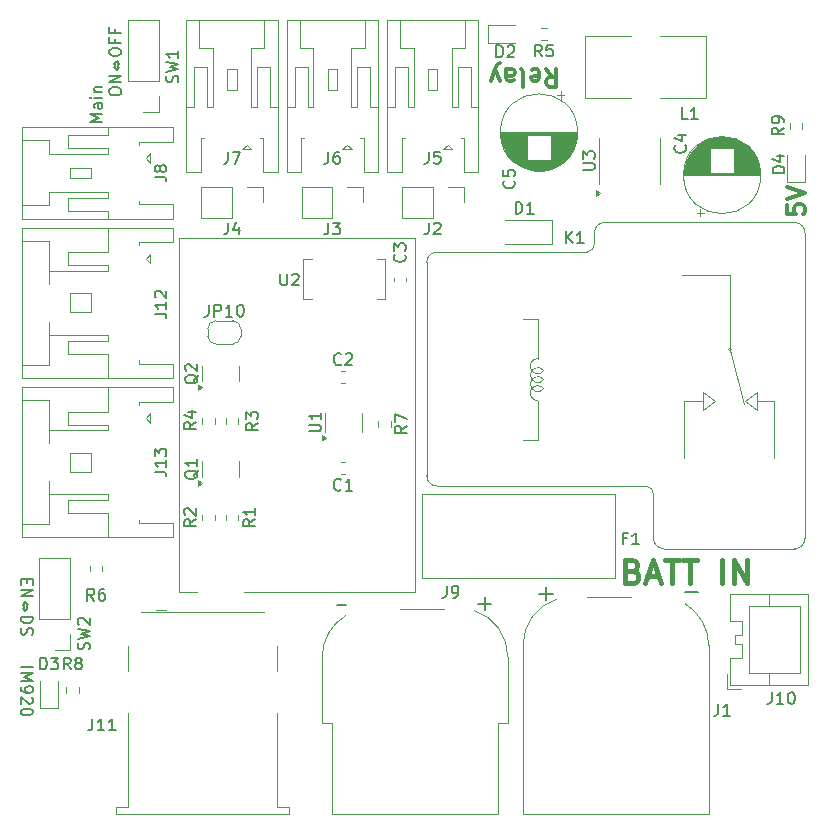
<source format=gbr>
%TF.GenerationSoftware,KiCad,Pcbnew,8.0.1*%
%TF.CreationDate,2024-08-29T16:15:39+09:00*%
%TF.ProjectId,PW-3-mini2-v1,50572d33-2d6d-4696-9e69-322d76312e6b,rev?*%
%TF.SameCoordinates,Original*%
%TF.FileFunction,Legend,Top*%
%TF.FilePolarity,Positive*%
%FSLAX46Y46*%
G04 Gerber Fmt 4.6, Leading zero omitted, Abs format (unit mm)*
G04 Created by KiCad (PCBNEW 8.0.1) date 2024-08-29 16:15:39*
%MOMM*%
%LPD*%
G01*
G04 APERTURE LIST*
%ADD10C,0.200000*%
%ADD11C,0.300000*%
%ADD12C,0.150000*%
%ADD13C,0.400000*%
%ADD14C,0.120000*%
%ADD15C,0.100000*%
G04 APERTURE END LIST*
D10*
X112632780Y-105369673D02*
X113632780Y-105369673D01*
X112632780Y-105845863D02*
X113632780Y-105845863D01*
X113632780Y-105845863D02*
X112918495Y-106179196D01*
X112918495Y-106179196D02*
X113632780Y-106512529D01*
X113632780Y-106512529D02*
X112632780Y-106512529D01*
X112632780Y-107036339D02*
X112632780Y-107226815D01*
X112632780Y-107226815D02*
X112680400Y-107322053D01*
X112680400Y-107322053D02*
X112728019Y-107369672D01*
X112728019Y-107369672D02*
X112870876Y-107464910D01*
X112870876Y-107464910D02*
X113061352Y-107512529D01*
X113061352Y-107512529D02*
X113442304Y-107512529D01*
X113442304Y-107512529D02*
X113537542Y-107464910D01*
X113537542Y-107464910D02*
X113585161Y-107417291D01*
X113585161Y-107417291D02*
X113632780Y-107322053D01*
X113632780Y-107322053D02*
X113632780Y-107131577D01*
X113632780Y-107131577D02*
X113585161Y-107036339D01*
X113585161Y-107036339D02*
X113537542Y-106988720D01*
X113537542Y-106988720D02*
X113442304Y-106941101D01*
X113442304Y-106941101D02*
X113204209Y-106941101D01*
X113204209Y-106941101D02*
X113108971Y-106988720D01*
X113108971Y-106988720D02*
X113061352Y-107036339D01*
X113061352Y-107036339D02*
X113013733Y-107131577D01*
X113013733Y-107131577D02*
X113013733Y-107322053D01*
X113013733Y-107322053D02*
X113061352Y-107417291D01*
X113061352Y-107417291D02*
X113108971Y-107464910D01*
X113108971Y-107464910D02*
X113204209Y-107512529D01*
X113537542Y-107893482D02*
X113585161Y-107941101D01*
X113585161Y-107941101D02*
X113632780Y-108036339D01*
X113632780Y-108036339D02*
X113632780Y-108274434D01*
X113632780Y-108274434D02*
X113585161Y-108369672D01*
X113585161Y-108369672D02*
X113537542Y-108417291D01*
X113537542Y-108417291D02*
X113442304Y-108464910D01*
X113442304Y-108464910D02*
X113347066Y-108464910D01*
X113347066Y-108464910D02*
X113204209Y-108417291D01*
X113204209Y-108417291D02*
X112632780Y-107845863D01*
X112632780Y-107845863D02*
X112632780Y-108464910D01*
X113632780Y-109083958D02*
X113632780Y-109179196D01*
X113632780Y-109179196D02*
X113585161Y-109274434D01*
X113585161Y-109274434D02*
X113537542Y-109322053D01*
X113537542Y-109322053D02*
X113442304Y-109369672D01*
X113442304Y-109369672D02*
X113251828Y-109417291D01*
X113251828Y-109417291D02*
X113013733Y-109417291D01*
X113013733Y-109417291D02*
X112823257Y-109369672D01*
X112823257Y-109369672D02*
X112728019Y-109322053D01*
X112728019Y-109322053D02*
X112680400Y-109274434D01*
X112680400Y-109274434D02*
X112632780Y-109179196D01*
X112632780Y-109179196D02*
X112632780Y-109083958D01*
X112632780Y-109083958D02*
X112680400Y-108988720D01*
X112680400Y-108988720D02*
X112728019Y-108941101D01*
X112728019Y-108941101D02*
X112823257Y-108893482D01*
X112823257Y-108893482D02*
X113013733Y-108845863D01*
X113013733Y-108845863D02*
X113251828Y-108845863D01*
X113251828Y-108845863D02*
X113442304Y-108893482D01*
X113442304Y-108893482D02*
X113537542Y-108941101D01*
X113537542Y-108941101D02*
X113585161Y-108988720D01*
X113585161Y-108988720D02*
X113632780Y-109083958D01*
D11*
X177500828Y-66231203D02*
X177500828Y-66945489D01*
X177500828Y-66945489D02*
X178215114Y-67016917D01*
X178215114Y-67016917D02*
X178143685Y-66945489D01*
X178143685Y-66945489D02*
X178072257Y-66802632D01*
X178072257Y-66802632D02*
X178072257Y-66445489D01*
X178072257Y-66445489D02*
X178143685Y-66302632D01*
X178143685Y-66302632D02*
X178215114Y-66231203D01*
X178215114Y-66231203D02*
X178357971Y-66159774D01*
X178357971Y-66159774D02*
X178715114Y-66159774D01*
X178715114Y-66159774D02*
X178857971Y-66231203D01*
X178857971Y-66231203D02*
X178929400Y-66302632D01*
X178929400Y-66302632D02*
X179000828Y-66445489D01*
X179000828Y-66445489D02*
X179000828Y-66802632D01*
X179000828Y-66802632D02*
X178929400Y-66945489D01*
X178929400Y-66945489D02*
X178857971Y-67016917D01*
X177500828Y-65731203D02*
X179000828Y-65231203D01*
X179000828Y-65231203D02*
X177500828Y-64731203D01*
D12*
X119509875Y-59163220D02*
X118509875Y-59163220D01*
X118509875Y-59163220D02*
X119224160Y-58829887D01*
X119224160Y-58829887D02*
X118509875Y-58496554D01*
X118509875Y-58496554D02*
X119509875Y-58496554D01*
X119509875Y-57591792D02*
X118986065Y-57591792D01*
X118986065Y-57591792D02*
X118890827Y-57639411D01*
X118890827Y-57639411D02*
X118843208Y-57734649D01*
X118843208Y-57734649D02*
X118843208Y-57925125D01*
X118843208Y-57925125D02*
X118890827Y-58020363D01*
X119462256Y-57591792D02*
X119509875Y-57687030D01*
X119509875Y-57687030D02*
X119509875Y-57925125D01*
X119509875Y-57925125D02*
X119462256Y-58020363D01*
X119462256Y-58020363D02*
X119367017Y-58067982D01*
X119367017Y-58067982D02*
X119271779Y-58067982D01*
X119271779Y-58067982D02*
X119176541Y-58020363D01*
X119176541Y-58020363D02*
X119128922Y-57925125D01*
X119128922Y-57925125D02*
X119128922Y-57687030D01*
X119128922Y-57687030D02*
X119081303Y-57591792D01*
X119509875Y-57115601D02*
X118843208Y-57115601D01*
X118509875Y-57115601D02*
X118557494Y-57163220D01*
X118557494Y-57163220D02*
X118605113Y-57115601D01*
X118605113Y-57115601D02*
X118557494Y-57067982D01*
X118557494Y-57067982D02*
X118509875Y-57115601D01*
X118509875Y-57115601D02*
X118605113Y-57115601D01*
X118843208Y-56639411D02*
X119509875Y-56639411D01*
X118938446Y-56639411D02*
X118890827Y-56591792D01*
X118890827Y-56591792D02*
X118843208Y-56496554D01*
X118843208Y-56496554D02*
X118843208Y-56353697D01*
X118843208Y-56353697D02*
X118890827Y-56258459D01*
X118890827Y-56258459D02*
X118986065Y-56210840D01*
X118986065Y-56210840D02*
X119509875Y-56210840D01*
X120119819Y-56687029D02*
X120119819Y-56496553D01*
X120119819Y-56496553D02*
X120167438Y-56401315D01*
X120167438Y-56401315D02*
X120262676Y-56306077D01*
X120262676Y-56306077D02*
X120453152Y-56258458D01*
X120453152Y-56258458D02*
X120786485Y-56258458D01*
X120786485Y-56258458D02*
X120976961Y-56306077D01*
X120976961Y-56306077D02*
X121072200Y-56401315D01*
X121072200Y-56401315D02*
X121119819Y-56496553D01*
X121119819Y-56496553D02*
X121119819Y-56687029D01*
X121119819Y-56687029D02*
X121072200Y-56782267D01*
X121072200Y-56782267D02*
X120976961Y-56877505D01*
X120976961Y-56877505D02*
X120786485Y-56925124D01*
X120786485Y-56925124D02*
X120453152Y-56925124D01*
X120453152Y-56925124D02*
X120262676Y-56877505D01*
X120262676Y-56877505D02*
X120167438Y-56782267D01*
X120167438Y-56782267D02*
X120119819Y-56687029D01*
X121119819Y-55829886D02*
X120119819Y-55829886D01*
X120119819Y-55829886D02*
X121119819Y-55258458D01*
X121119819Y-55258458D02*
X120119819Y-55258458D01*
X120881723Y-54639410D02*
X120881723Y-54163220D01*
X120596009Y-54639410D02*
X120596009Y-54163220D01*
X120976961Y-54544172D02*
X120738866Y-54782267D01*
X120738866Y-54782267D02*
X120500771Y-54544172D01*
X120500771Y-54258458D02*
X120738866Y-54020363D01*
X120738866Y-54020363D02*
X120976961Y-54258458D01*
X120119819Y-53353696D02*
X120119819Y-53163220D01*
X120119819Y-53163220D02*
X120167438Y-53067982D01*
X120167438Y-53067982D02*
X120262676Y-52972744D01*
X120262676Y-52972744D02*
X120453152Y-52925125D01*
X120453152Y-52925125D02*
X120786485Y-52925125D01*
X120786485Y-52925125D02*
X120976961Y-52972744D01*
X120976961Y-52972744D02*
X121072200Y-53067982D01*
X121072200Y-53067982D02*
X121119819Y-53163220D01*
X121119819Y-53163220D02*
X121119819Y-53353696D01*
X121119819Y-53353696D02*
X121072200Y-53448934D01*
X121072200Y-53448934D02*
X120976961Y-53544172D01*
X120976961Y-53544172D02*
X120786485Y-53591791D01*
X120786485Y-53591791D02*
X120453152Y-53591791D01*
X120453152Y-53591791D02*
X120262676Y-53544172D01*
X120262676Y-53544172D02*
X120167438Y-53448934D01*
X120167438Y-53448934D02*
X120119819Y-53353696D01*
X120596009Y-52163220D02*
X120596009Y-52496553D01*
X121119819Y-52496553D02*
X120119819Y-52496553D01*
X120119819Y-52496553D02*
X120119819Y-52020363D01*
X120596009Y-51306077D02*
X120596009Y-51639410D01*
X121119819Y-51639410D02*
X120119819Y-51639410D01*
X120119819Y-51639410D02*
X120119819Y-51163220D01*
D13*
X164406014Y-97186819D02*
X164691728Y-97282057D01*
X164691728Y-97282057D02*
X164786966Y-97377295D01*
X164786966Y-97377295D02*
X164882204Y-97567771D01*
X164882204Y-97567771D02*
X164882204Y-97853485D01*
X164882204Y-97853485D02*
X164786966Y-98043961D01*
X164786966Y-98043961D02*
X164691728Y-98139200D01*
X164691728Y-98139200D02*
X164501252Y-98234438D01*
X164501252Y-98234438D02*
X163739347Y-98234438D01*
X163739347Y-98234438D02*
X163739347Y-96234438D01*
X163739347Y-96234438D02*
X164406014Y-96234438D01*
X164406014Y-96234438D02*
X164596490Y-96329676D01*
X164596490Y-96329676D02*
X164691728Y-96424914D01*
X164691728Y-96424914D02*
X164786966Y-96615390D01*
X164786966Y-96615390D02*
X164786966Y-96805866D01*
X164786966Y-96805866D02*
X164691728Y-96996342D01*
X164691728Y-96996342D02*
X164596490Y-97091580D01*
X164596490Y-97091580D02*
X164406014Y-97186819D01*
X164406014Y-97186819D02*
X163739347Y-97186819D01*
X165644109Y-97663009D02*
X166596490Y-97663009D01*
X165453633Y-98234438D02*
X166120299Y-96234438D01*
X166120299Y-96234438D02*
X166786966Y-98234438D01*
X167167919Y-96234438D02*
X168310776Y-96234438D01*
X167739347Y-98234438D02*
X167739347Y-96234438D01*
X168691729Y-96234438D02*
X169834586Y-96234438D01*
X169263157Y-98234438D02*
X169263157Y-96234438D01*
X172025063Y-98234438D02*
X172025063Y-96234438D01*
X172977444Y-98234438D02*
X172977444Y-96234438D01*
X172977444Y-96234438D02*
X174120301Y-98234438D01*
X174120301Y-98234438D02*
X174120301Y-96234438D01*
D11*
X157088346Y-54699171D02*
X157588346Y-55413457D01*
X157945489Y-54699171D02*
X157945489Y-56199171D01*
X157945489Y-56199171D02*
X157374060Y-56199171D01*
X157374060Y-56199171D02*
X157231203Y-56127742D01*
X157231203Y-56127742D02*
X157159774Y-56056314D01*
X157159774Y-56056314D02*
X157088346Y-55913457D01*
X157088346Y-55913457D02*
X157088346Y-55699171D01*
X157088346Y-55699171D02*
X157159774Y-55556314D01*
X157159774Y-55556314D02*
X157231203Y-55484885D01*
X157231203Y-55484885D02*
X157374060Y-55413457D01*
X157374060Y-55413457D02*
X157945489Y-55413457D01*
X155874060Y-54770600D02*
X156016917Y-54699171D01*
X156016917Y-54699171D02*
X156302632Y-54699171D01*
X156302632Y-54699171D02*
X156445489Y-54770600D01*
X156445489Y-54770600D02*
X156516917Y-54913457D01*
X156516917Y-54913457D02*
X156516917Y-55484885D01*
X156516917Y-55484885D02*
X156445489Y-55627742D01*
X156445489Y-55627742D02*
X156302632Y-55699171D01*
X156302632Y-55699171D02*
X156016917Y-55699171D01*
X156016917Y-55699171D02*
X155874060Y-55627742D01*
X155874060Y-55627742D02*
X155802632Y-55484885D01*
X155802632Y-55484885D02*
X155802632Y-55342028D01*
X155802632Y-55342028D02*
X156516917Y-55199171D01*
X154945489Y-54699171D02*
X155088346Y-54770600D01*
X155088346Y-54770600D02*
X155159775Y-54913457D01*
X155159775Y-54913457D02*
X155159775Y-56199171D01*
X153731204Y-54699171D02*
X153731204Y-55484885D01*
X153731204Y-55484885D02*
X153802632Y-55627742D01*
X153802632Y-55627742D02*
X153945489Y-55699171D01*
X153945489Y-55699171D02*
X154231204Y-55699171D01*
X154231204Y-55699171D02*
X154374061Y-55627742D01*
X153731204Y-54770600D02*
X153874061Y-54699171D01*
X153874061Y-54699171D02*
X154231204Y-54699171D01*
X154231204Y-54699171D02*
X154374061Y-54770600D01*
X154374061Y-54770600D02*
X154445489Y-54913457D01*
X154445489Y-54913457D02*
X154445489Y-55056314D01*
X154445489Y-55056314D02*
X154374061Y-55199171D01*
X154374061Y-55199171D02*
X154231204Y-55270600D01*
X154231204Y-55270600D02*
X153874061Y-55270600D01*
X153874061Y-55270600D02*
X153731204Y-55342028D01*
X153159775Y-55699171D02*
X152802632Y-54699171D01*
X152445489Y-55699171D02*
X152802632Y-54699171D01*
X152802632Y-54699171D02*
X152945489Y-54342028D01*
X152945489Y-54342028D02*
X153016918Y-54270600D01*
X153016918Y-54270600D02*
X153159775Y-54199171D01*
D10*
X113156590Y-97869673D02*
X113156590Y-98203006D01*
X112632780Y-98345863D02*
X112632780Y-97869673D01*
X112632780Y-97869673D02*
X113632780Y-97869673D01*
X113632780Y-97869673D02*
X113632780Y-98345863D01*
X112632780Y-98774435D02*
X113632780Y-98774435D01*
X113632780Y-98774435D02*
X112632780Y-99345863D01*
X112632780Y-99345863D02*
X113632780Y-99345863D01*
X112870876Y-99964911D02*
X112870876Y-100441101D01*
X113156590Y-99964911D02*
X113156590Y-100441101D01*
X112775638Y-100060149D02*
X113013733Y-99822054D01*
X113013733Y-99822054D02*
X113251828Y-100060149D01*
X113251828Y-100345863D02*
X113013733Y-100583959D01*
X113013733Y-100583959D02*
X112775638Y-100345863D01*
X112632780Y-101060149D02*
X113632780Y-101060149D01*
X113632780Y-101060149D02*
X113632780Y-101298244D01*
X113632780Y-101298244D02*
X113585161Y-101441101D01*
X113585161Y-101441101D02*
X113489923Y-101536339D01*
X113489923Y-101536339D02*
X113394685Y-101583958D01*
X113394685Y-101583958D02*
X113204209Y-101631577D01*
X113204209Y-101631577D02*
X113061352Y-101631577D01*
X113061352Y-101631577D02*
X112870876Y-101583958D01*
X112870876Y-101583958D02*
X112775638Y-101536339D01*
X112775638Y-101536339D02*
X112680400Y-101441101D01*
X112680400Y-101441101D02*
X112632780Y-101298244D01*
X112632780Y-101298244D02*
X112632780Y-101060149D01*
X112680400Y-102012530D02*
X112632780Y-102155387D01*
X112632780Y-102155387D02*
X112632780Y-102393482D01*
X112632780Y-102393482D02*
X112680400Y-102488720D01*
X112680400Y-102488720D02*
X112728019Y-102536339D01*
X112728019Y-102536339D02*
X112823257Y-102583958D01*
X112823257Y-102583958D02*
X112918495Y-102583958D01*
X112918495Y-102583958D02*
X113013733Y-102536339D01*
X113013733Y-102536339D02*
X113061352Y-102488720D01*
X113061352Y-102488720D02*
X113108971Y-102393482D01*
X113108971Y-102393482D02*
X113156590Y-102203006D01*
X113156590Y-102203006D02*
X113204209Y-102107768D01*
X113204209Y-102107768D02*
X113251828Y-102060149D01*
X113251828Y-102060149D02*
X113347066Y-102012530D01*
X113347066Y-102012530D02*
X113442304Y-102012530D01*
X113442304Y-102012530D02*
X113537542Y-102060149D01*
X113537542Y-102060149D02*
X113585161Y-102107768D01*
X113585161Y-102107768D02*
X113632780Y-102203006D01*
X113632780Y-102203006D02*
X113632780Y-102441101D01*
X113632780Y-102441101D02*
X113585161Y-102583958D01*
D12*
X118407200Y-103833332D02*
X118454819Y-103690475D01*
X118454819Y-103690475D02*
X118454819Y-103452380D01*
X118454819Y-103452380D02*
X118407200Y-103357142D01*
X118407200Y-103357142D02*
X118359580Y-103309523D01*
X118359580Y-103309523D02*
X118264342Y-103261904D01*
X118264342Y-103261904D02*
X118169104Y-103261904D01*
X118169104Y-103261904D02*
X118073866Y-103309523D01*
X118073866Y-103309523D02*
X118026247Y-103357142D01*
X118026247Y-103357142D02*
X117978628Y-103452380D01*
X117978628Y-103452380D02*
X117931009Y-103642856D01*
X117931009Y-103642856D02*
X117883390Y-103738094D01*
X117883390Y-103738094D02*
X117835771Y-103785713D01*
X117835771Y-103785713D02*
X117740533Y-103833332D01*
X117740533Y-103833332D02*
X117645295Y-103833332D01*
X117645295Y-103833332D02*
X117550057Y-103785713D01*
X117550057Y-103785713D02*
X117502438Y-103738094D01*
X117502438Y-103738094D02*
X117454819Y-103642856D01*
X117454819Y-103642856D02*
X117454819Y-103404761D01*
X117454819Y-103404761D02*
X117502438Y-103261904D01*
X117454819Y-102928570D02*
X118454819Y-102690475D01*
X118454819Y-102690475D02*
X117740533Y-102499999D01*
X117740533Y-102499999D02*
X118454819Y-102309523D01*
X118454819Y-102309523D02*
X117454819Y-102071428D01*
X117550057Y-101738094D02*
X117502438Y-101690475D01*
X117502438Y-101690475D02*
X117454819Y-101595237D01*
X117454819Y-101595237D02*
X117454819Y-101357142D01*
X117454819Y-101357142D02*
X117502438Y-101261904D01*
X117502438Y-101261904D02*
X117550057Y-101214285D01*
X117550057Y-101214285D02*
X117645295Y-101166666D01*
X117645295Y-101166666D02*
X117740533Y-101166666D01*
X117740533Y-101166666D02*
X117883390Y-101214285D01*
X117883390Y-101214285D02*
X118454819Y-101785713D01*
X118454819Y-101785713D02*
X118454819Y-101166666D01*
X127650057Y-88657738D02*
X127602438Y-88752976D01*
X127602438Y-88752976D02*
X127507200Y-88848214D01*
X127507200Y-88848214D02*
X127364342Y-88991071D01*
X127364342Y-88991071D02*
X127316723Y-89086309D01*
X127316723Y-89086309D02*
X127316723Y-89181547D01*
X127554819Y-89133928D02*
X127507200Y-89229166D01*
X127507200Y-89229166D02*
X127411961Y-89324404D01*
X127411961Y-89324404D02*
X127221485Y-89372023D01*
X127221485Y-89372023D02*
X126888152Y-89372023D01*
X126888152Y-89372023D02*
X126697676Y-89324404D01*
X126697676Y-89324404D02*
X126602438Y-89229166D01*
X126602438Y-89229166D02*
X126554819Y-89133928D01*
X126554819Y-89133928D02*
X126554819Y-88943452D01*
X126554819Y-88943452D02*
X126602438Y-88848214D01*
X126602438Y-88848214D02*
X126697676Y-88752976D01*
X126697676Y-88752976D02*
X126888152Y-88705357D01*
X126888152Y-88705357D02*
X127221485Y-88705357D01*
X127221485Y-88705357D02*
X127411961Y-88752976D01*
X127411961Y-88752976D02*
X127507200Y-88848214D01*
X127507200Y-88848214D02*
X127554819Y-88943452D01*
X127554819Y-88943452D02*
X127554819Y-89133928D01*
X127554819Y-87752976D02*
X127554819Y-88324404D01*
X127554819Y-88038690D02*
X126554819Y-88038690D01*
X126554819Y-88038690D02*
X126697676Y-88133928D01*
X126697676Y-88133928D02*
X126792914Y-88229166D01*
X126792914Y-88229166D02*
X126840533Y-88324404D01*
X128540476Y-74654819D02*
X128540476Y-75369104D01*
X128540476Y-75369104D02*
X128492857Y-75511961D01*
X128492857Y-75511961D02*
X128397619Y-75607200D01*
X128397619Y-75607200D02*
X128254762Y-75654819D01*
X128254762Y-75654819D02*
X128159524Y-75654819D01*
X129016667Y-75654819D02*
X129016667Y-74654819D01*
X129016667Y-74654819D02*
X129397619Y-74654819D01*
X129397619Y-74654819D02*
X129492857Y-74702438D01*
X129492857Y-74702438D02*
X129540476Y-74750057D01*
X129540476Y-74750057D02*
X129588095Y-74845295D01*
X129588095Y-74845295D02*
X129588095Y-74988152D01*
X129588095Y-74988152D02*
X129540476Y-75083390D01*
X129540476Y-75083390D02*
X129492857Y-75131009D01*
X129492857Y-75131009D02*
X129397619Y-75178628D01*
X129397619Y-75178628D02*
X129016667Y-75178628D01*
X130540476Y-75654819D02*
X129969048Y-75654819D01*
X130254762Y-75654819D02*
X130254762Y-74654819D01*
X130254762Y-74654819D02*
X130159524Y-74797676D01*
X130159524Y-74797676D02*
X130064286Y-74892914D01*
X130064286Y-74892914D02*
X129969048Y-74940533D01*
X131159524Y-74654819D02*
X131254762Y-74654819D01*
X131254762Y-74654819D02*
X131350000Y-74702438D01*
X131350000Y-74702438D02*
X131397619Y-74750057D01*
X131397619Y-74750057D02*
X131445238Y-74845295D01*
X131445238Y-74845295D02*
X131492857Y-75035771D01*
X131492857Y-75035771D02*
X131492857Y-75273866D01*
X131492857Y-75273866D02*
X131445238Y-75464342D01*
X131445238Y-75464342D02*
X131397619Y-75559580D01*
X131397619Y-75559580D02*
X131350000Y-75607200D01*
X131350000Y-75607200D02*
X131254762Y-75654819D01*
X131254762Y-75654819D02*
X131159524Y-75654819D01*
X131159524Y-75654819D02*
X131064286Y-75607200D01*
X131064286Y-75607200D02*
X131016667Y-75559580D01*
X131016667Y-75559580D02*
X130969048Y-75464342D01*
X130969048Y-75464342D02*
X130921429Y-75273866D01*
X130921429Y-75273866D02*
X130921429Y-75035771D01*
X130921429Y-75035771D02*
X130969048Y-74845295D01*
X130969048Y-74845295D02*
X131016667Y-74750057D01*
X131016667Y-74750057D02*
X131064286Y-74702438D01*
X131064286Y-74702438D02*
X131159524Y-74654819D01*
X118833333Y-99704819D02*
X118500000Y-99228628D01*
X118261905Y-99704819D02*
X118261905Y-98704819D01*
X118261905Y-98704819D02*
X118642857Y-98704819D01*
X118642857Y-98704819D02*
X118738095Y-98752438D01*
X118738095Y-98752438D02*
X118785714Y-98800057D01*
X118785714Y-98800057D02*
X118833333Y-98895295D01*
X118833333Y-98895295D02*
X118833333Y-99038152D01*
X118833333Y-99038152D02*
X118785714Y-99133390D01*
X118785714Y-99133390D02*
X118738095Y-99181009D01*
X118738095Y-99181009D02*
X118642857Y-99228628D01*
X118642857Y-99228628D02*
X118261905Y-99228628D01*
X119690476Y-98704819D02*
X119500000Y-98704819D01*
X119500000Y-98704819D02*
X119404762Y-98752438D01*
X119404762Y-98752438D02*
X119357143Y-98800057D01*
X119357143Y-98800057D02*
X119261905Y-98942914D01*
X119261905Y-98942914D02*
X119214286Y-99133390D01*
X119214286Y-99133390D02*
X119214286Y-99514342D01*
X119214286Y-99514342D02*
X119261905Y-99609580D01*
X119261905Y-99609580D02*
X119309524Y-99657200D01*
X119309524Y-99657200D02*
X119404762Y-99704819D01*
X119404762Y-99704819D02*
X119595238Y-99704819D01*
X119595238Y-99704819D02*
X119690476Y-99657200D01*
X119690476Y-99657200D02*
X119738095Y-99609580D01*
X119738095Y-99609580D02*
X119785714Y-99514342D01*
X119785714Y-99514342D02*
X119785714Y-99276247D01*
X119785714Y-99276247D02*
X119738095Y-99181009D01*
X119738095Y-99181009D02*
X119690476Y-99133390D01*
X119690476Y-99133390D02*
X119595238Y-99085771D01*
X119595238Y-99085771D02*
X119404762Y-99085771D01*
X119404762Y-99085771D02*
X119309524Y-99133390D01*
X119309524Y-99133390D02*
X119261905Y-99181009D01*
X119261905Y-99181009D02*
X119214286Y-99276247D01*
X137011068Y-85374404D02*
X137820591Y-85374404D01*
X137820591Y-85374404D02*
X137915829Y-85326785D01*
X137915829Y-85326785D02*
X137963449Y-85279166D01*
X137963449Y-85279166D02*
X138011068Y-85183928D01*
X138011068Y-85183928D02*
X138011068Y-84993452D01*
X138011068Y-84993452D02*
X137963449Y-84898214D01*
X137963449Y-84898214D02*
X137915829Y-84850595D01*
X137915829Y-84850595D02*
X137820591Y-84802976D01*
X137820591Y-84802976D02*
X137011068Y-84802976D01*
X138011068Y-83802976D02*
X138011068Y-84374404D01*
X138011068Y-84088690D02*
X137011068Y-84088690D01*
X137011068Y-84088690D02*
X137153925Y-84183928D01*
X137153925Y-84183928D02*
X137249163Y-84279166D01*
X137249163Y-84279166D02*
X137296782Y-84374404D01*
X139734582Y-90294580D02*
X139686963Y-90342200D01*
X139686963Y-90342200D02*
X139544106Y-90389819D01*
X139544106Y-90389819D02*
X139448868Y-90389819D01*
X139448868Y-90389819D02*
X139306011Y-90342200D01*
X139306011Y-90342200D02*
X139210773Y-90246961D01*
X139210773Y-90246961D02*
X139163154Y-90151723D01*
X139163154Y-90151723D02*
X139115535Y-89961247D01*
X139115535Y-89961247D02*
X139115535Y-89818390D01*
X139115535Y-89818390D02*
X139163154Y-89627914D01*
X139163154Y-89627914D02*
X139210773Y-89532676D01*
X139210773Y-89532676D02*
X139306011Y-89437438D01*
X139306011Y-89437438D02*
X139448868Y-89389819D01*
X139448868Y-89389819D02*
X139544106Y-89389819D01*
X139544106Y-89389819D02*
X139686963Y-89437438D01*
X139686963Y-89437438D02*
X139734582Y-89485057D01*
X140686963Y-90389819D02*
X140115535Y-90389819D01*
X140401249Y-90389819D02*
X140401249Y-89389819D01*
X140401249Y-89389819D02*
X140306011Y-89532676D01*
X140306011Y-89532676D02*
X140210773Y-89627914D01*
X140210773Y-89627914D02*
X140115535Y-89675533D01*
X132454819Y-92841666D02*
X131978628Y-93174999D01*
X132454819Y-93413094D02*
X131454819Y-93413094D01*
X131454819Y-93413094D02*
X131454819Y-93032142D01*
X131454819Y-93032142D02*
X131502438Y-92936904D01*
X131502438Y-92936904D02*
X131550057Y-92889285D01*
X131550057Y-92889285D02*
X131645295Y-92841666D01*
X131645295Y-92841666D02*
X131788152Y-92841666D01*
X131788152Y-92841666D02*
X131883390Y-92889285D01*
X131883390Y-92889285D02*
X131931009Y-92936904D01*
X131931009Y-92936904D02*
X131978628Y-93032142D01*
X131978628Y-93032142D02*
X131978628Y-93413094D01*
X132454819Y-91889285D02*
X132454819Y-92460713D01*
X132454819Y-92174999D02*
X131454819Y-92174999D01*
X131454819Y-92174999D02*
X131597676Y-92270237D01*
X131597676Y-92270237D02*
X131692914Y-92365475D01*
X131692914Y-92365475D02*
X131740533Y-92460713D01*
X154359580Y-64166666D02*
X154407200Y-64214285D01*
X154407200Y-64214285D02*
X154454819Y-64357142D01*
X154454819Y-64357142D02*
X154454819Y-64452380D01*
X154454819Y-64452380D02*
X154407200Y-64595237D01*
X154407200Y-64595237D02*
X154311961Y-64690475D01*
X154311961Y-64690475D02*
X154216723Y-64738094D01*
X154216723Y-64738094D02*
X154026247Y-64785713D01*
X154026247Y-64785713D02*
X153883390Y-64785713D01*
X153883390Y-64785713D02*
X153692914Y-64738094D01*
X153692914Y-64738094D02*
X153597676Y-64690475D01*
X153597676Y-64690475D02*
X153502438Y-64595237D01*
X153502438Y-64595237D02*
X153454819Y-64452380D01*
X153454819Y-64452380D02*
X153454819Y-64357142D01*
X153454819Y-64357142D02*
X153502438Y-64214285D01*
X153502438Y-64214285D02*
X153550057Y-64166666D01*
X153454819Y-63261904D02*
X153454819Y-63738094D01*
X153454819Y-63738094D02*
X153931009Y-63785713D01*
X153931009Y-63785713D02*
X153883390Y-63738094D01*
X153883390Y-63738094D02*
X153835771Y-63642856D01*
X153835771Y-63642856D02*
X153835771Y-63404761D01*
X153835771Y-63404761D02*
X153883390Y-63309523D01*
X153883390Y-63309523D02*
X153931009Y-63261904D01*
X153931009Y-63261904D02*
X154026247Y-63214285D01*
X154026247Y-63214285D02*
X154264342Y-63214285D01*
X154264342Y-63214285D02*
X154359580Y-63261904D01*
X154359580Y-63261904D02*
X154407200Y-63309523D01*
X154407200Y-63309523D02*
X154454819Y-63404761D01*
X154454819Y-63404761D02*
X154454819Y-63642856D01*
X154454819Y-63642856D02*
X154407200Y-63738094D01*
X154407200Y-63738094D02*
X154359580Y-63785713D01*
X145109580Y-70416666D02*
X145157200Y-70464285D01*
X145157200Y-70464285D02*
X145204819Y-70607142D01*
X145204819Y-70607142D02*
X145204819Y-70702380D01*
X145204819Y-70702380D02*
X145157200Y-70845237D01*
X145157200Y-70845237D02*
X145061961Y-70940475D01*
X145061961Y-70940475D02*
X144966723Y-70988094D01*
X144966723Y-70988094D02*
X144776247Y-71035713D01*
X144776247Y-71035713D02*
X144633390Y-71035713D01*
X144633390Y-71035713D02*
X144442914Y-70988094D01*
X144442914Y-70988094D02*
X144347676Y-70940475D01*
X144347676Y-70940475D02*
X144252438Y-70845237D01*
X144252438Y-70845237D02*
X144204819Y-70702380D01*
X144204819Y-70702380D02*
X144204819Y-70607142D01*
X144204819Y-70607142D02*
X144252438Y-70464285D01*
X144252438Y-70464285D02*
X144300057Y-70416666D01*
X144204819Y-70083332D02*
X144204819Y-69464285D01*
X144204819Y-69464285D02*
X144585771Y-69797618D01*
X144585771Y-69797618D02*
X144585771Y-69654761D01*
X144585771Y-69654761D02*
X144633390Y-69559523D01*
X144633390Y-69559523D02*
X144681009Y-69511904D01*
X144681009Y-69511904D02*
X144776247Y-69464285D01*
X144776247Y-69464285D02*
X145014342Y-69464285D01*
X145014342Y-69464285D02*
X145109580Y-69511904D01*
X145109580Y-69511904D02*
X145157200Y-69559523D01*
X145157200Y-69559523D02*
X145204819Y-69654761D01*
X145204819Y-69654761D02*
X145204819Y-69940475D01*
X145204819Y-69940475D02*
X145157200Y-70035713D01*
X145157200Y-70035713D02*
X145109580Y-70083332D01*
X132704819Y-84666666D02*
X132228628Y-84999999D01*
X132704819Y-85238094D02*
X131704819Y-85238094D01*
X131704819Y-85238094D02*
X131704819Y-84857142D01*
X131704819Y-84857142D02*
X131752438Y-84761904D01*
X131752438Y-84761904D02*
X131800057Y-84714285D01*
X131800057Y-84714285D02*
X131895295Y-84666666D01*
X131895295Y-84666666D02*
X132038152Y-84666666D01*
X132038152Y-84666666D02*
X132133390Y-84714285D01*
X132133390Y-84714285D02*
X132181009Y-84761904D01*
X132181009Y-84761904D02*
X132228628Y-84857142D01*
X132228628Y-84857142D02*
X132228628Y-85238094D01*
X131704819Y-84333332D02*
X131704819Y-83714285D01*
X131704819Y-83714285D02*
X132085771Y-84047618D01*
X132085771Y-84047618D02*
X132085771Y-83904761D01*
X132085771Y-83904761D02*
X132133390Y-83809523D01*
X132133390Y-83809523D02*
X132181009Y-83761904D01*
X132181009Y-83761904D02*
X132276247Y-83714285D01*
X132276247Y-83714285D02*
X132514342Y-83714285D01*
X132514342Y-83714285D02*
X132609580Y-83761904D01*
X132609580Y-83761904D02*
X132657200Y-83809523D01*
X132657200Y-83809523D02*
X132704819Y-83904761D01*
X132704819Y-83904761D02*
X132704819Y-84190475D01*
X132704819Y-84190475D02*
X132657200Y-84285713D01*
X132657200Y-84285713D02*
X132609580Y-84333332D01*
X116833333Y-105529819D02*
X116500000Y-105053628D01*
X116261905Y-105529819D02*
X116261905Y-104529819D01*
X116261905Y-104529819D02*
X116642857Y-104529819D01*
X116642857Y-104529819D02*
X116738095Y-104577438D01*
X116738095Y-104577438D02*
X116785714Y-104625057D01*
X116785714Y-104625057D02*
X116833333Y-104720295D01*
X116833333Y-104720295D02*
X116833333Y-104863152D01*
X116833333Y-104863152D02*
X116785714Y-104958390D01*
X116785714Y-104958390D02*
X116738095Y-105006009D01*
X116738095Y-105006009D02*
X116642857Y-105053628D01*
X116642857Y-105053628D02*
X116261905Y-105053628D01*
X117404762Y-104958390D02*
X117309524Y-104910771D01*
X117309524Y-104910771D02*
X117261905Y-104863152D01*
X117261905Y-104863152D02*
X117214286Y-104767914D01*
X117214286Y-104767914D02*
X117214286Y-104720295D01*
X117214286Y-104720295D02*
X117261905Y-104625057D01*
X117261905Y-104625057D02*
X117309524Y-104577438D01*
X117309524Y-104577438D02*
X117404762Y-104529819D01*
X117404762Y-104529819D02*
X117595238Y-104529819D01*
X117595238Y-104529819D02*
X117690476Y-104577438D01*
X117690476Y-104577438D02*
X117738095Y-104625057D01*
X117738095Y-104625057D02*
X117785714Y-104720295D01*
X117785714Y-104720295D02*
X117785714Y-104767914D01*
X117785714Y-104767914D02*
X117738095Y-104863152D01*
X117738095Y-104863152D02*
X117690476Y-104910771D01*
X117690476Y-104910771D02*
X117595238Y-104958390D01*
X117595238Y-104958390D02*
X117404762Y-104958390D01*
X117404762Y-104958390D02*
X117309524Y-105006009D01*
X117309524Y-105006009D02*
X117261905Y-105053628D01*
X117261905Y-105053628D02*
X117214286Y-105148866D01*
X117214286Y-105148866D02*
X117214286Y-105339342D01*
X117214286Y-105339342D02*
X117261905Y-105434580D01*
X117261905Y-105434580D02*
X117309524Y-105482200D01*
X117309524Y-105482200D02*
X117404762Y-105529819D01*
X117404762Y-105529819D02*
X117595238Y-105529819D01*
X117595238Y-105529819D02*
X117690476Y-105482200D01*
X117690476Y-105482200D02*
X117738095Y-105434580D01*
X117738095Y-105434580D02*
X117785714Y-105339342D01*
X117785714Y-105339342D02*
X117785714Y-105148866D01*
X117785714Y-105148866D02*
X117738095Y-105053628D01*
X117738095Y-105053628D02*
X117690476Y-105006009D01*
X117690476Y-105006009D02*
X117595238Y-104958390D01*
X123954819Y-63833333D02*
X124669104Y-63833333D01*
X124669104Y-63833333D02*
X124811961Y-63880952D01*
X124811961Y-63880952D02*
X124907200Y-63976190D01*
X124907200Y-63976190D02*
X124954819Y-64119047D01*
X124954819Y-64119047D02*
X124954819Y-64214285D01*
X124383390Y-63214285D02*
X124335771Y-63309523D01*
X124335771Y-63309523D02*
X124288152Y-63357142D01*
X124288152Y-63357142D02*
X124192914Y-63404761D01*
X124192914Y-63404761D02*
X124145295Y-63404761D01*
X124145295Y-63404761D02*
X124050057Y-63357142D01*
X124050057Y-63357142D02*
X124002438Y-63309523D01*
X124002438Y-63309523D02*
X123954819Y-63214285D01*
X123954819Y-63214285D02*
X123954819Y-63023809D01*
X123954819Y-63023809D02*
X124002438Y-62928571D01*
X124002438Y-62928571D02*
X124050057Y-62880952D01*
X124050057Y-62880952D02*
X124145295Y-62833333D01*
X124145295Y-62833333D02*
X124192914Y-62833333D01*
X124192914Y-62833333D02*
X124288152Y-62880952D01*
X124288152Y-62880952D02*
X124335771Y-62928571D01*
X124335771Y-62928571D02*
X124383390Y-63023809D01*
X124383390Y-63023809D02*
X124383390Y-63214285D01*
X124383390Y-63214285D02*
X124431009Y-63309523D01*
X124431009Y-63309523D02*
X124478628Y-63357142D01*
X124478628Y-63357142D02*
X124573866Y-63404761D01*
X124573866Y-63404761D02*
X124764342Y-63404761D01*
X124764342Y-63404761D02*
X124859580Y-63357142D01*
X124859580Y-63357142D02*
X124907200Y-63309523D01*
X124907200Y-63309523D02*
X124954819Y-63214285D01*
X124954819Y-63214285D02*
X124954819Y-63023809D01*
X124954819Y-63023809D02*
X124907200Y-62928571D01*
X124907200Y-62928571D02*
X124859580Y-62880952D01*
X124859580Y-62880952D02*
X124764342Y-62833333D01*
X124764342Y-62833333D02*
X124573866Y-62833333D01*
X124573866Y-62833333D02*
X124478628Y-62880952D01*
X124478628Y-62880952D02*
X124431009Y-62928571D01*
X124431009Y-62928571D02*
X124383390Y-63023809D01*
X171666666Y-108454819D02*
X171666666Y-109169104D01*
X171666666Y-109169104D02*
X171619047Y-109311961D01*
X171619047Y-109311961D02*
X171523809Y-109407200D01*
X171523809Y-109407200D02*
X171380952Y-109454819D01*
X171380952Y-109454819D02*
X171285714Y-109454819D01*
X172666666Y-109454819D02*
X172095238Y-109454819D01*
X172380952Y-109454819D02*
X172380952Y-108454819D01*
X172380952Y-108454819D02*
X172285714Y-108597676D01*
X172285714Y-108597676D02*
X172190476Y-108692914D01*
X172190476Y-108692914D02*
X172095238Y-108740533D01*
X168828571Y-98964700D02*
X169971429Y-98964700D01*
X156528571Y-99114700D02*
X157671429Y-99114700D01*
X157100000Y-99686128D02*
X157100000Y-98543271D01*
X176190476Y-107454819D02*
X176190476Y-108169104D01*
X176190476Y-108169104D02*
X176142857Y-108311961D01*
X176142857Y-108311961D02*
X176047619Y-108407200D01*
X176047619Y-108407200D02*
X175904762Y-108454819D01*
X175904762Y-108454819D02*
X175809524Y-108454819D01*
X177190476Y-108454819D02*
X176619048Y-108454819D01*
X176904762Y-108454819D02*
X176904762Y-107454819D01*
X176904762Y-107454819D02*
X176809524Y-107597676D01*
X176809524Y-107597676D02*
X176714286Y-107692914D01*
X176714286Y-107692914D02*
X176619048Y-107740533D01*
X177809524Y-107454819D02*
X177904762Y-107454819D01*
X177904762Y-107454819D02*
X178000000Y-107502438D01*
X178000000Y-107502438D02*
X178047619Y-107550057D01*
X178047619Y-107550057D02*
X178095238Y-107645295D01*
X178095238Y-107645295D02*
X178142857Y-107835771D01*
X178142857Y-107835771D02*
X178142857Y-108073866D01*
X178142857Y-108073866D02*
X178095238Y-108264342D01*
X178095238Y-108264342D02*
X178047619Y-108359580D01*
X178047619Y-108359580D02*
X178000000Y-108407200D01*
X178000000Y-108407200D02*
X177904762Y-108454819D01*
X177904762Y-108454819D02*
X177809524Y-108454819D01*
X177809524Y-108454819D02*
X177714286Y-108407200D01*
X177714286Y-108407200D02*
X177666667Y-108359580D01*
X177666667Y-108359580D02*
X177619048Y-108264342D01*
X177619048Y-108264342D02*
X177571429Y-108073866D01*
X177571429Y-108073866D02*
X177571429Y-107835771D01*
X177571429Y-107835771D02*
X177619048Y-107645295D01*
X177619048Y-107645295D02*
X177666667Y-107550057D01*
X177666667Y-107550057D02*
X177714286Y-107502438D01*
X177714286Y-107502438D02*
X177809524Y-107454819D01*
X134603095Y-72024819D02*
X134603095Y-72834342D01*
X134603095Y-72834342D02*
X134650714Y-72929580D01*
X134650714Y-72929580D02*
X134698333Y-72977200D01*
X134698333Y-72977200D02*
X134793571Y-73024819D01*
X134793571Y-73024819D02*
X134984047Y-73024819D01*
X134984047Y-73024819D02*
X135079285Y-72977200D01*
X135079285Y-72977200D02*
X135126904Y-72929580D01*
X135126904Y-72929580D02*
X135174523Y-72834342D01*
X135174523Y-72834342D02*
X135174523Y-72024819D01*
X135603095Y-72120057D02*
X135650714Y-72072438D01*
X135650714Y-72072438D02*
X135745952Y-72024819D01*
X135745952Y-72024819D02*
X135984047Y-72024819D01*
X135984047Y-72024819D02*
X136079285Y-72072438D01*
X136079285Y-72072438D02*
X136126904Y-72120057D01*
X136126904Y-72120057D02*
X136174523Y-72215295D01*
X136174523Y-72215295D02*
X136174523Y-72310533D01*
X136174523Y-72310533D02*
X136126904Y-72453390D01*
X136126904Y-72453390D02*
X135555476Y-73024819D01*
X135555476Y-73024819D02*
X136174523Y-73024819D01*
X156745833Y-53634819D02*
X156412500Y-53158628D01*
X156174405Y-53634819D02*
X156174405Y-52634819D01*
X156174405Y-52634819D02*
X156555357Y-52634819D01*
X156555357Y-52634819D02*
X156650595Y-52682438D01*
X156650595Y-52682438D02*
X156698214Y-52730057D01*
X156698214Y-52730057D02*
X156745833Y-52825295D01*
X156745833Y-52825295D02*
X156745833Y-52968152D01*
X156745833Y-52968152D02*
X156698214Y-53063390D01*
X156698214Y-53063390D02*
X156650595Y-53111009D01*
X156650595Y-53111009D02*
X156555357Y-53158628D01*
X156555357Y-53158628D02*
X156174405Y-53158628D01*
X157650595Y-52634819D02*
X157174405Y-52634819D01*
X157174405Y-52634819D02*
X157126786Y-53111009D01*
X157126786Y-53111009D02*
X157174405Y-53063390D01*
X157174405Y-53063390D02*
X157269643Y-53015771D01*
X157269643Y-53015771D02*
X157507738Y-53015771D01*
X157507738Y-53015771D02*
X157602976Y-53063390D01*
X157602976Y-53063390D02*
X157650595Y-53111009D01*
X157650595Y-53111009D02*
X157698214Y-53206247D01*
X157698214Y-53206247D02*
X157698214Y-53444342D01*
X157698214Y-53444342D02*
X157650595Y-53539580D01*
X157650595Y-53539580D02*
X157602976Y-53587200D01*
X157602976Y-53587200D02*
X157507738Y-53634819D01*
X157507738Y-53634819D02*
X157269643Y-53634819D01*
X157269643Y-53634819D02*
X157174405Y-53587200D01*
X157174405Y-53587200D02*
X157126786Y-53539580D01*
X139739582Y-79679580D02*
X139691963Y-79727200D01*
X139691963Y-79727200D02*
X139549106Y-79774819D01*
X139549106Y-79774819D02*
X139453868Y-79774819D01*
X139453868Y-79774819D02*
X139311011Y-79727200D01*
X139311011Y-79727200D02*
X139215773Y-79631961D01*
X139215773Y-79631961D02*
X139168154Y-79536723D01*
X139168154Y-79536723D02*
X139120535Y-79346247D01*
X139120535Y-79346247D02*
X139120535Y-79203390D01*
X139120535Y-79203390D02*
X139168154Y-79012914D01*
X139168154Y-79012914D02*
X139215773Y-78917676D01*
X139215773Y-78917676D02*
X139311011Y-78822438D01*
X139311011Y-78822438D02*
X139453868Y-78774819D01*
X139453868Y-78774819D02*
X139549106Y-78774819D01*
X139549106Y-78774819D02*
X139691963Y-78822438D01*
X139691963Y-78822438D02*
X139739582Y-78870057D01*
X140120535Y-78870057D02*
X140168154Y-78822438D01*
X140168154Y-78822438D02*
X140263392Y-78774819D01*
X140263392Y-78774819D02*
X140501487Y-78774819D01*
X140501487Y-78774819D02*
X140596725Y-78822438D01*
X140596725Y-78822438D02*
X140644344Y-78870057D01*
X140644344Y-78870057D02*
X140691963Y-78965295D01*
X140691963Y-78965295D02*
X140691963Y-79060533D01*
X140691963Y-79060533D02*
X140644344Y-79203390D01*
X140644344Y-79203390D02*
X140072916Y-79774819D01*
X140072916Y-79774819D02*
X140691963Y-79774819D01*
X169083333Y-58954819D02*
X168607143Y-58954819D01*
X168607143Y-58954819D02*
X168607143Y-57954819D01*
X169940476Y-58954819D02*
X169369048Y-58954819D01*
X169654762Y-58954819D02*
X169654762Y-57954819D01*
X169654762Y-57954819D02*
X169559524Y-58097676D01*
X169559524Y-58097676D02*
X169464286Y-58192914D01*
X169464286Y-58192914D02*
X169369048Y-58240533D01*
X160209819Y-63236904D02*
X161019342Y-63236904D01*
X161019342Y-63236904D02*
X161114580Y-63189285D01*
X161114580Y-63189285D02*
X161162200Y-63141666D01*
X161162200Y-63141666D02*
X161209819Y-63046428D01*
X161209819Y-63046428D02*
X161209819Y-62855952D01*
X161209819Y-62855952D02*
X161162200Y-62760714D01*
X161162200Y-62760714D02*
X161114580Y-62713095D01*
X161114580Y-62713095D02*
X161019342Y-62665476D01*
X161019342Y-62665476D02*
X160209819Y-62665476D01*
X160209819Y-62284523D02*
X160209819Y-61665476D01*
X160209819Y-61665476D02*
X160590771Y-61998809D01*
X160590771Y-61998809D02*
X160590771Y-61855952D01*
X160590771Y-61855952D02*
X160638390Y-61760714D01*
X160638390Y-61760714D02*
X160686009Y-61713095D01*
X160686009Y-61713095D02*
X160781247Y-61665476D01*
X160781247Y-61665476D02*
X161019342Y-61665476D01*
X161019342Y-61665476D02*
X161114580Y-61713095D01*
X161114580Y-61713095D02*
X161162200Y-61760714D01*
X161162200Y-61760714D02*
X161209819Y-61855952D01*
X161209819Y-61855952D02*
X161209819Y-62141666D01*
X161209819Y-62141666D02*
X161162200Y-62236904D01*
X161162200Y-62236904D02*
X161114580Y-62284523D01*
X168859580Y-61166666D02*
X168907200Y-61214285D01*
X168907200Y-61214285D02*
X168954819Y-61357142D01*
X168954819Y-61357142D02*
X168954819Y-61452380D01*
X168954819Y-61452380D02*
X168907200Y-61595237D01*
X168907200Y-61595237D02*
X168811961Y-61690475D01*
X168811961Y-61690475D02*
X168716723Y-61738094D01*
X168716723Y-61738094D02*
X168526247Y-61785713D01*
X168526247Y-61785713D02*
X168383390Y-61785713D01*
X168383390Y-61785713D02*
X168192914Y-61738094D01*
X168192914Y-61738094D02*
X168097676Y-61690475D01*
X168097676Y-61690475D02*
X168002438Y-61595237D01*
X168002438Y-61595237D02*
X167954819Y-61452380D01*
X167954819Y-61452380D02*
X167954819Y-61357142D01*
X167954819Y-61357142D02*
X168002438Y-61214285D01*
X168002438Y-61214285D02*
X168050057Y-61166666D01*
X168288152Y-60309523D02*
X168954819Y-60309523D01*
X167907200Y-60547618D02*
X168621485Y-60785713D01*
X168621485Y-60785713D02*
X168621485Y-60166666D01*
X152886905Y-53704819D02*
X152886905Y-52704819D01*
X152886905Y-52704819D02*
X153125000Y-52704819D01*
X153125000Y-52704819D02*
X153267857Y-52752438D01*
X153267857Y-52752438D02*
X153363095Y-52847676D01*
X153363095Y-52847676D02*
X153410714Y-52942914D01*
X153410714Y-52942914D02*
X153458333Y-53133390D01*
X153458333Y-53133390D02*
X153458333Y-53276247D01*
X153458333Y-53276247D02*
X153410714Y-53466723D01*
X153410714Y-53466723D02*
X153363095Y-53561961D01*
X153363095Y-53561961D02*
X153267857Y-53657200D01*
X153267857Y-53657200D02*
X153125000Y-53704819D01*
X153125000Y-53704819D02*
X152886905Y-53704819D01*
X153839286Y-52800057D02*
X153886905Y-52752438D01*
X153886905Y-52752438D02*
X153982143Y-52704819D01*
X153982143Y-52704819D02*
X154220238Y-52704819D01*
X154220238Y-52704819D02*
X154315476Y-52752438D01*
X154315476Y-52752438D02*
X154363095Y-52800057D01*
X154363095Y-52800057D02*
X154410714Y-52895295D01*
X154410714Y-52895295D02*
X154410714Y-52990533D01*
X154410714Y-52990533D02*
X154363095Y-53133390D01*
X154363095Y-53133390D02*
X153791667Y-53704819D01*
X153791667Y-53704819D02*
X154410714Y-53704819D01*
X123954819Y-88809523D02*
X124669104Y-88809523D01*
X124669104Y-88809523D02*
X124811961Y-88857142D01*
X124811961Y-88857142D02*
X124907200Y-88952380D01*
X124907200Y-88952380D02*
X124954819Y-89095237D01*
X124954819Y-89095237D02*
X124954819Y-89190475D01*
X124954819Y-87809523D02*
X124954819Y-88380951D01*
X124954819Y-88095237D02*
X123954819Y-88095237D01*
X123954819Y-88095237D02*
X124097676Y-88190475D01*
X124097676Y-88190475D02*
X124192914Y-88285713D01*
X124192914Y-88285713D02*
X124240533Y-88380951D01*
X123954819Y-87476189D02*
X123954819Y-86857142D01*
X123954819Y-86857142D02*
X124335771Y-87190475D01*
X124335771Y-87190475D02*
X124335771Y-87047618D01*
X124335771Y-87047618D02*
X124383390Y-86952380D01*
X124383390Y-86952380D02*
X124431009Y-86904761D01*
X124431009Y-86904761D02*
X124526247Y-86857142D01*
X124526247Y-86857142D02*
X124764342Y-86857142D01*
X124764342Y-86857142D02*
X124859580Y-86904761D01*
X124859580Y-86904761D02*
X124907200Y-86952380D01*
X124907200Y-86952380D02*
X124954819Y-87047618D01*
X124954819Y-87047618D02*
X124954819Y-87333332D01*
X124954819Y-87333332D02*
X124907200Y-87428570D01*
X124907200Y-87428570D02*
X124859580Y-87476189D01*
X138666666Y-67704819D02*
X138666666Y-68419104D01*
X138666666Y-68419104D02*
X138619047Y-68561961D01*
X138619047Y-68561961D02*
X138523809Y-68657200D01*
X138523809Y-68657200D02*
X138380952Y-68704819D01*
X138380952Y-68704819D02*
X138285714Y-68704819D01*
X139047619Y-67704819D02*
X139666666Y-67704819D01*
X139666666Y-67704819D02*
X139333333Y-68085771D01*
X139333333Y-68085771D02*
X139476190Y-68085771D01*
X139476190Y-68085771D02*
X139571428Y-68133390D01*
X139571428Y-68133390D02*
X139619047Y-68181009D01*
X139619047Y-68181009D02*
X139666666Y-68276247D01*
X139666666Y-68276247D02*
X139666666Y-68514342D01*
X139666666Y-68514342D02*
X139619047Y-68609580D01*
X139619047Y-68609580D02*
X139571428Y-68657200D01*
X139571428Y-68657200D02*
X139476190Y-68704819D01*
X139476190Y-68704819D02*
X139190476Y-68704819D01*
X139190476Y-68704819D02*
X139095238Y-68657200D01*
X139095238Y-68657200D02*
X139047619Y-68609580D01*
X147166666Y-61704819D02*
X147166666Y-62419104D01*
X147166666Y-62419104D02*
X147119047Y-62561961D01*
X147119047Y-62561961D02*
X147023809Y-62657200D01*
X147023809Y-62657200D02*
X146880952Y-62704819D01*
X146880952Y-62704819D02*
X146785714Y-62704819D01*
X148119047Y-61704819D02*
X147642857Y-61704819D01*
X147642857Y-61704819D02*
X147595238Y-62181009D01*
X147595238Y-62181009D02*
X147642857Y-62133390D01*
X147642857Y-62133390D02*
X147738095Y-62085771D01*
X147738095Y-62085771D02*
X147976190Y-62085771D01*
X147976190Y-62085771D02*
X148071428Y-62133390D01*
X148071428Y-62133390D02*
X148119047Y-62181009D01*
X148119047Y-62181009D02*
X148166666Y-62276247D01*
X148166666Y-62276247D02*
X148166666Y-62514342D01*
X148166666Y-62514342D02*
X148119047Y-62609580D01*
X148119047Y-62609580D02*
X148071428Y-62657200D01*
X148071428Y-62657200D02*
X147976190Y-62704819D01*
X147976190Y-62704819D02*
X147738095Y-62704819D01*
X147738095Y-62704819D02*
X147642857Y-62657200D01*
X147642857Y-62657200D02*
X147595238Y-62609580D01*
X177204819Y-59666666D02*
X176728628Y-59999999D01*
X177204819Y-60238094D02*
X176204819Y-60238094D01*
X176204819Y-60238094D02*
X176204819Y-59857142D01*
X176204819Y-59857142D02*
X176252438Y-59761904D01*
X176252438Y-59761904D02*
X176300057Y-59714285D01*
X176300057Y-59714285D02*
X176395295Y-59666666D01*
X176395295Y-59666666D02*
X176538152Y-59666666D01*
X176538152Y-59666666D02*
X176633390Y-59714285D01*
X176633390Y-59714285D02*
X176681009Y-59761904D01*
X176681009Y-59761904D02*
X176728628Y-59857142D01*
X176728628Y-59857142D02*
X176728628Y-60238094D01*
X177204819Y-59190475D02*
X177204819Y-58999999D01*
X177204819Y-58999999D02*
X177157200Y-58904761D01*
X177157200Y-58904761D02*
X177109580Y-58857142D01*
X177109580Y-58857142D02*
X176966723Y-58761904D01*
X176966723Y-58761904D02*
X176776247Y-58714285D01*
X176776247Y-58714285D02*
X176395295Y-58714285D01*
X176395295Y-58714285D02*
X176300057Y-58761904D01*
X176300057Y-58761904D02*
X176252438Y-58809523D01*
X176252438Y-58809523D02*
X176204819Y-58904761D01*
X176204819Y-58904761D02*
X176204819Y-59095237D01*
X176204819Y-59095237D02*
X176252438Y-59190475D01*
X176252438Y-59190475D02*
X176300057Y-59238094D01*
X176300057Y-59238094D02*
X176395295Y-59285713D01*
X176395295Y-59285713D02*
X176633390Y-59285713D01*
X176633390Y-59285713D02*
X176728628Y-59238094D01*
X176728628Y-59238094D02*
X176776247Y-59190475D01*
X176776247Y-59190475D02*
X176823866Y-59095237D01*
X176823866Y-59095237D02*
X176823866Y-58904761D01*
X176823866Y-58904761D02*
X176776247Y-58809523D01*
X176776247Y-58809523D02*
X176728628Y-58761904D01*
X176728628Y-58761904D02*
X176633390Y-58714285D01*
X148666666Y-98454819D02*
X148666666Y-99169104D01*
X148666666Y-99169104D02*
X148619047Y-99311961D01*
X148619047Y-99311961D02*
X148523809Y-99407200D01*
X148523809Y-99407200D02*
X148380952Y-99454819D01*
X148380952Y-99454819D02*
X148285714Y-99454819D01*
X149190476Y-99454819D02*
X149380952Y-99454819D01*
X149380952Y-99454819D02*
X149476190Y-99407200D01*
X149476190Y-99407200D02*
X149523809Y-99359580D01*
X149523809Y-99359580D02*
X149619047Y-99216723D01*
X149619047Y-99216723D02*
X149666666Y-99026247D01*
X149666666Y-99026247D02*
X149666666Y-98645295D01*
X149666666Y-98645295D02*
X149619047Y-98550057D01*
X149619047Y-98550057D02*
X149571428Y-98502438D01*
X149571428Y-98502438D02*
X149476190Y-98454819D01*
X149476190Y-98454819D02*
X149285714Y-98454819D01*
X149285714Y-98454819D02*
X149190476Y-98502438D01*
X149190476Y-98502438D02*
X149142857Y-98550057D01*
X149142857Y-98550057D02*
X149095238Y-98645295D01*
X149095238Y-98645295D02*
X149095238Y-98883390D01*
X149095238Y-98883390D02*
X149142857Y-98978628D01*
X149142857Y-98978628D02*
X149190476Y-99026247D01*
X149190476Y-99026247D02*
X149285714Y-99073866D01*
X149285714Y-99073866D02*
X149476190Y-99073866D01*
X149476190Y-99073866D02*
X149571428Y-99026247D01*
X149571428Y-99026247D02*
X149619047Y-98978628D01*
X149619047Y-98978628D02*
X149666666Y-98883390D01*
X151328571Y-99964700D02*
X152471429Y-99964700D01*
X151900000Y-100536128D02*
X151900000Y-99393271D01*
X139369048Y-100073866D02*
X140130953Y-100073866D01*
X125907200Y-55833332D02*
X125954819Y-55690475D01*
X125954819Y-55690475D02*
X125954819Y-55452380D01*
X125954819Y-55452380D02*
X125907200Y-55357142D01*
X125907200Y-55357142D02*
X125859580Y-55309523D01*
X125859580Y-55309523D02*
X125764342Y-55261904D01*
X125764342Y-55261904D02*
X125669104Y-55261904D01*
X125669104Y-55261904D02*
X125573866Y-55309523D01*
X125573866Y-55309523D02*
X125526247Y-55357142D01*
X125526247Y-55357142D02*
X125478628Y-55452380D01*
X125478628Y-55452380D02*
X125431009Y-55642856D01*
X125431009Y-55642856D02*
X125383390Y-55738094D01*
X125383390Y-55738094D02*
X125335771Y-55785713D01*
X125335771Y-55785713D02*
X125240533Y-55833332D01*
X125240533Y-55833332D02*
X125145295Y-55833332D01*
X125145295Y-55833332D02*
X125050057Y-55785713D01*
X125050057Y-55785713D02*
X125002438Y-55738094D01*
X125002438Y-55738094D02*
X124954819Y-55642856D01*
X124954819Y-55642856D02*
X124954819Y-55404761D01*
X124954819Y-55404761D02*
X125002438Y-55261904D01*
X124954819Y-54928570D02*
X125954819Y-54690475D01*
X125954819Y-54690475D02*
X125240533Y-54499999D01*
X125240533Y-54499999D02*
X125954819Y-54309523D01*
X125954819Y-54309523D02*
X124954819Y-54071428D01*
X125954819Y-53166666D02*
X125954819Y-53738094D01*
X125954819Y-53452380D02*
X124954819Y-53452380D01*
X124954819Y-53452380D02*
X125097676Y-53547618D01*
X125097676Y-53547618D02*
X125192914Y-53642856D01*
X125192914Y-53642856D02*
X125240533Y-53738094D01*
X118690476Y-109704819D02*
X118690476Y-110419104D01*
X118690476Y-110419104D02*
X118642857Y-110561961D01*
X118642857Y-110561961D02*
X118547619Y-110657200D01*
X118547619Y-110657200D02*
X118404762Y-110704819D01*
X118404762Y-110704819D02*
X118309524Y-110704819D01*
X119690476Y-110704819D02*
X119119048Y-110704819D01*
X119404762Y-110704819D02*
X119404762Y-109704819D01*
X119404762Y-109704819D02*
X119309524Y-109847676D01*
X119309524Y-109847676D02*
X119214286Y-109942914D01*
X119214286Y-109942914D02*
X119119048Y-109990533D01*
X120642857Y-110704819D02*
X120071429Y-110704819D01*
X120357143Y-110704819D02*
X120357143Y-109704819D01*
X120357143Y-109704819D02*
X120261905Y-109847676D01*
X120261905Y-109847676D02*
X120166667Y-109942914D01*
X120166667Y-109942914D02*
X120071429Y-109990533D01*
X177274819Y-63488094D02*
X176274819Y-63488094D01*
X176274819Y-63488094D02*
X176274819Y-63249999D01*
X176274819Y-63249999D02*
X176322438Y-63107142D01*
X176322438Y-63107142D02*
X176417676Y-63011904D01*
X176417676Y-63011904D02*
X176512914Y-62964285D01*
X176512914Y-62964285D02*
X176703390Y-62916666D01*
X176703390Y-62916666D02*
X176846247Y-62916666D01*
X176846247Y-62916666D02*
X177036723Y-62964285D01*
X177036723Y-62964285D02*
X177131961Y-63011904D01*
X177131961Y-63011904D02*
X177227200Y-63107142D01*
X177227200Y-63107142D02*
X177274819Y-63249999D01*
X177274819Y-63249999D02*
X177274819Y-63488094D01*
X176608152Y-62059523D02*
X177274819Y-62059523D01*
X176227200Y-62297618D02*
X176941485Y-62535713D01*
X176941485Y-62535713D02*
X176941485Y-61916666D01*
X130166666Y-67704819D02*
X130166666Y-68419104D01*
X130166666Y-68419104D02*
X130119047Y-68561961D01*
X130119047Y-68561961D02*
X130023809Y-68657200D01*
X130023809Y-68657200D02*
X129880952Y-68704819D01*
X129880952Y-68704819D02*
X129785714Y-68704819D01*
X131071428Y-68038152D02*
X131071428Y-68704819D01*
X130833333Y-67657200D02*
X130595238Y-68371485D01*
X130595238Y-68371485D02*
X131214285Y-68371485D01*
X163916666Y-94431009D02*
X163583333Y-94431009D01*
X163583333Y-94954819D02*
X163583333Y-93954819D01*
X163583333Y-93954819D02*
X164059523Y-93954819D01*
X164964285Y-94954819D02*
X164392857Y-94954819D01*
X164678571Y-94954819D02*
X164678571Y-93954819D01*
X164678571Y-93954819D02*
X164583333Y-94097676D01*
X164583333Y-94097676D02*
X164488095Y-94192914D01*
X164488095Y-94192914D02*
X164392857Y-94240533D01*
X123954819Y-75409523D02*
X124669104Y-75409523D01*
X124669104Y-75409523D02*
X124811961Y-75457142D01*
X124811961Y-75457142D02*
X124907200Y-75552380D01*
X124907200Y-75552380D02*
X124954819Y-75695237D01*
X124954819Y-75695237D02*
X124954819Y-75790475D01*
X124954819Y-74409523D02*
X124954819Y-74980951D01*
X124954819Y-74695237D02*
X123954819Y-74695237D01*
X123954819Y-74695237D02*
X124097676Y-74790475D01*
X124097676Y-74790475D02*
X124192914Y-74885713D01*
X124192914Y-74885713D02*
X124240533Y-74980951D01*
X124050057Y-74028570D02*
X124002438Y-73980951D01*
X124002438Y-73980951D02*
X123954819Y-73885713D01*
X123954819Y-73885713D02*
X123954819Y-73647618D01*
X123954819Y-73647618D02*
X124002438Y-73552380D01*
X124002438Y-73552380D02*
X124050057Y-73504761D01*
X124050057Y-73504761D02*
X124145295Y-73457142D01*
X124145295Y-73457142D02*
X124240533Y-73457142D01*
X124240533Y-73457142D02*
X124383390Y-73504761D01*
X124383390Y-73504761D02*
X124954819Y-74076189D01*
X124954819Y-74076189D02*
X124954819Y-73457142D01*
X147166666Y-67704819D02*
X147166666Y-68419104D01*
X147166666Y-68419104D02*
X147119047Y-68561961D01*
X147119047Y-68561961D02*
X147023809Y-68657200D01*
X147023809Y-68657200D02*
X146880952Y-68704819D01*
X146880952Y-68704819D02*
X146785714Y-68704819D01*
X147595238Y-67800057D02*
X147642857Y-67752438D01*
X147642857Y-67752438D02*
X147738095Y-67704819D01*
X147738095Y-67704819D02*
X147976190Y-67704819D01*
X147976190Y-67704819D02*
X148071428Y-67752438D01*
X148071428Y-67752438D02*
X148119047Y-67800057D01*
X148119047Y-67800057D02*
X148166666Y-67895295D01*
X148166666Y-67895295D02*
X148166666Y-67990533D01*
X148166666Y-67990533D02*
X148119047Y-68133390D01*
X148119047Y-68133390D02*
X147547619Y-68704819D01*
X147547619Y-68704819D02*
X148166666Y-68704819D01*
X127650057Y-80595238D02*
X127602438Y-80690476D01*
X127602438Y-80690476D02*
X127507200Y-80785714D01*
X127507200Y-80785714D02*
X127364342Y-80928571D01*
X127364342Y-80928571D02*
X127316723Y-81023809D01*
X127316723Y-81023809D02*
X127316723Y-81119047D01*
X127554819Y-81071428D02*
X127507200Y-81166666D01*
X127507200Y-81166666D02*
X127411961Y-81261904D01*
X127411961Y-81261904D02*
X127221485Y-81309523D01*
X127221485Y-81309523D02*
X126888152Y-81309523D01*
X126888152Y-81309523D02*
X126697676Y-81261904D01*
X126697676Y-81261904D02*
X126602438Y-81166666D01*
X126602438Y-81166666D02*
X126554819Y-81071428D01*
X126554819Y-81071428D02*
X126554819Y-80880952D01*
X126554819Y-80880952D02*
X126602438Y-80785714D01*
X126602438Y-80785714D02*
X126697676Y-80690476D01*
X126697676Y-80690476D02*
X126888152Y-80642857D01*
X126888152Y-80642857D02*
X127221485Y-80642857D01*
X127221485Y-80642857D02*
X127411961Y-80690476D01*
X127411961Y-80690476D02*
X127507200Y-80785714D01*
X127507200Y-80785714D02*
X127554819Y-80880952D01*
X127554819Y-80880952D02*
X127554819Y-81071428D01*
X126650057Y-80261904D02*
X126602438Y-80214285D01*
X126602438Y-80214285D02*
X126554819Y-80119047D01*
X126554819Y-80119047D02*
X126554819Y-79880952D01*
X126554819Y-79880952D02*
X126602438Y-79785714D01*
X126602438Y-79785714D02*
X126650057Y-79738095D01*
X126650057Y-79738095D02*
X126745295Y-79690476D01*
X126745295Y-79690476D02*
X126840533Y-79690476D01*
X126840533Y-79690476D02*
X126983390Y-79738095D01*
X126983390Y-79738095D02*
X127554819Y-80309523D01*
X127554819Y-80309523D02*
X127554819Y-79690476D01*
X130166666Y-61704819D02*
X130166666Y-62419104D01*
X130166666Y-62419104D02*
X130119047Y-62561961D01*
X130119047Y-62561961D02*
X130023809Y-62657200D01*
X130023809Y-62657200D02*
X129880952Y-62704819D01*
X129880952Y-62704819D02*
X129785714Y-62704819D01*
X130547619Y-61704819D02*
X131214285Y-61704819D01*
X131214285Y-61704819D02*
X130785714Y-62704819D01*
X127454819Y-84591666D02*
X126978628Y-84924999D01*
X127454819Y-85163094D02*
X126454819Y-85163094D01*
X126454819Y-85163094D02*
X126454819Y-84782142D01*
X126454819Y-84782142D02*
X126502438Y-84686904D01*
X126502438Y-84686904D02*
X126550057Y-84639285D01*
X126550057Y-84639285D02*
X126645295Y-84591666D01*
X126645295Y-84591666D02*
X126788152Y-84591666D01*
X126788152Y-84591666D02*
X126883390Y-84639285D01*
X126883390Y-84639285D02*
X126931009Y-84686904D01*
X126931009Y-84686904D02*
X126978628Y-84782142D01*
X126978628Y-84782142D02*
X126978628Y-85163094D01*
X126788152Y-83734523D02*
X127454819Y-83734523D01*
X126407200Y-83972618D02*
X127121485Y-84210713D01*
X127121485Y-84210713D02*
X127121485Y-83591666D01*
X158761905Y-69454819D02*
X158761905Y-68454819D01*
X159333333Y-69454819D02*
X158904762Y-68883390D01*
X159333333Y-68454819D02*
X158761905Y-69026247D01*
X160285714Y-69454819D02*
X159714286Y-69454819D01*
X160000000Y-69454819D02*
X160000000Y-68454819D01*
X160000000Y-68454819D02*
X159904762Y-68597676D01*
X159904762Y-68597676D02*
X159809524Y-68692914D01*
X159809524Y-68692914D02*
X159714286Y-68740533D01*
X114261905Y-105529819D02*
X114261905Y-104529819D01*
X114261905Y-104529819D02*
X114500000Y-104529819D01*
X114500000Y-104529819D02*
X114642857Y-104577438D01*
X114642857Y-104577438D02*
X114738095Y-104672676D01*
X114738095Y-104672676D02*
X114785714Y-104767914D01*
X114785714Y-104767914D02*
X114833333Y-104958390D01*
X114833333Y-104958390D02*
X114833333Y-105101247D01*
X114833333Y-105101247D02*
X114785714Y-105291723D01*
X114785714Y-105291723D02*
X114738095Y-105386961D01*
X114738095Y-105386961D02*
X114642857Y-105482200D01*
X114642857Y-105482200D02*
X114500000Y-105529819D01*
X114500000Y-105529819D02*
X114261905Y-105529819D01*
X115166667Y-104529819D02*
X115785714Y-104529819D01*
X115785714Y-104529819D02*
X115452381Y-104910771D01*
X115452381Y-104910771D02*
X115595238Y-104910771D01*
X115595238Y-104910771D02*
X115690476Y-104958390D01*
X115690476Y-104958390D02*
X115738095Y-105006009D01*
X115738095Y-105006009D02*
X115785714Y-105101247D01*
X115785714Y-105101247D02*
X115785714Y-105339342D01*
X115785714Y-105339342D02*
X115738095Y-105434580D01*
X115738095Y-105434580D02*
X115690476Y-105482200D01*
X115690476Y-105482200D02*
X115595238Y-105529819D01*
X115595238Y-105529819D02*
X115309524Y-105529819D01*
X115309524Y-105529819D02*
X115214286Y-105482200D01*
X115214286Y-105482200D02*
X115166667Y-105434580D01*
X138666666Y-61704819D02*
X138666666Y-62419104D01*
X138666666Y-62419104D02*
X138619047Y-62561961D01*
X138619047Y-62561961D02*
X138523809Y-62657200D01*
X138523809Y-62657200D02*
X138380952Y-62704819D01*
X138380952Y-62704819D02*
X138285714Y-62704819D01*
X139571428Y-61704819D02*
X139380952Y-61704819D01*
X139380952Y-61704819D02*
X139285714Y-61752438D01*
X139285714Y-61752438D02*
X139238095Y-61800057D01*
X139238095Y-61800057D02*
X139142857Y-61942914D01*
X139142857Y-61942914D02*
X139095238Y-62133390D01*
X139095238Y-62133390D02*
X139095238Y-62514342D01*
X139095238Y-62514342D02*
X139142857Y-62609580D01*
X139142857Y-62609580D02*
X139190476Y-62657200D01*
X139190476Y-62657200D02*
X139285714Y-62704819D01*
X139285714Y-62704819D02*
X139476190Y-62704819D01*
X139476190Y-62704819D02*
X139571428Y-62657200D01*
X139571428Y-62657200D02*
X139619047Y-62609580D01*
X139619047Y-62609580D02*
X139666666Y-62514342D01*
X139666666Y-62514342D02*
X139666666Y-62276247D01*
X139666666Y-62276247D02*
X139619047Y-62181009D01*
X139619047Y-62181009D02*
X139571428Y-62133390D01*
X139571428Y-62133390D02*
X139476190Y-62085771D01*
X139476190Y-62085771D02*
X139285714Y-62085771D01*
X139285714Y-62085771D02*
X139190476Y-62133390D01*
X139190476Y-62133390D02*
X139142857Y-62181009D01*
X139142857Y-62181009D02*
X139095238Y-62276247D01*
X145291068Y-84916666D02*
X144814877Y-85249999D01*
X145291068Y-85488094D02*
X144291068Y-85488094D01*
X144291068Y-85488094D02*
X144291068Y-85107142D01*
X144291068Y-85107142D02*
X144338687Y-85011904D01*
X144338687Y-85011904D02*
X144386306Y-84964285D01*
X144386306Y-84964285D02*
X144481544Y-84916666D01*
X144481544Y-84916666D02*
X144624401Y-84916666D01*
X144624401Y-84916666D02*
X144719639Y-84964285D01*
X144719639Y-84964285D02*
X144767258Y-85011904D01*
X144767258Y-85011904D02*
X144814877Y-85107142D01*
X144814877Y-85107142D02*
X144814877Y-85488094D01*
X144291068Y-84583332D02*
X144291068Y-83916666D01*
X144291068Y-83916666D02*
X145291068Y-84345237D01*
X127454819Y-92841666D02*
X126978628Y-93174999D01*
X127454819Y-93413094D02*
X126454819Y-93413094D01*
X126454819Y-93413094D02*
X126454819Y-93032142D01*
X126454819Y-93032142D02*
X126502438Y-92936904D01*
X126502438Y-92936904D02*
X126550057Y-92889285D01*
X126550057Y-92889285D02*
X126645295Y-92841666D01*
X126645295Y-92841666D02*
X126788152Y-92841666D01*
X126788152Y-92841666D02*
X126883390Y-92889285D01*
X126883390Y-92889285D02*
X126931009Y-92936904D01*
X126931009Y-92936904D02*
X126978628Y-93032142D01*
X126978628Y-93032142D02*
X126978628Y-93413094D01*
X126550057Y-92460713D02*
X126502438Y-92413094D01*
X126502438Y-92413094D02*
X126454819Y-92317856D01*
X126454819Y-92317856D02*
X126454819Y-92079761D01*
X126454819Y-92079761D02*
X126502438Y-91984523D01*
X126502438Y-91984523D02*
X126550057Y-91936904D01*
X126550057Y-91936904D02*
X126645295Y-91889285D01*
X126645295Y-91889285D02*
X126740533Y-91889285D01*
X126740533Y-91889285D02*
X126883390Y-91936904D01*
X126883390Y-91936904D02*
X127454819Y-92508332D01*
X127454819Y-92508332D02*
X127454819Y-91889285D01*
X154511905Y-66954819D02*
X154511905Y-65954819D01*
X154511905Y-65954819D02*
X154750000Y-65954819D01*
X154750000Y-65954819D02*
X154892857Y-66002438D01*
X154892857Y-66002438D02*
X154988095Y-66097676D01*
X154988095Y-66097676D02*
X155035714Y-66192914D01*
X155035714Y-66192914D02*
X155083333Y-66383390D01*
X155083333Y-66383390D02*
X155083333Y-66526247D01*
X155083333Y-66526247D02*
X155035714Y-66716723D01*
X155035714Y-66716723D02*
X154988095Y-66811961D01*
X154988095Y-66811961D02*
X154892857Y-66907200D01*
X154892857Y-66907200D02*
X154750000Y-66954819D01*
X154750000Y-66954819D02*
X154511905Y-66954819D01*
X156035714Y-66954819D02*
X155464286Y-66954819D01*
X155750000Y-66954819D02*
X155750000Y-65954819D01*
X155750000Y-65954819D02*
X155654762Y-66097676D01*
X155654762Y-66097676D02*
X155559524Y-66192914D01*
X155559524Y-66192914D02*
X155464286Y-66240533D01*
D14*
%TO.C,SW2*%
X114170000Y-101270000D02*
X114170000Y-96130000D01*
X116830000Y-96130000D02*
X114170000Y-96130000D01*
X116830000Y-101270000D02*
X114170000Y-101270000D01*
X116830000Y-101270000D02*
X116830000Y-96130000D01*
X116830000Y-102540000D02*
X116830000Y-103870000D01*
X116830000Y-103870000D02*
X115500000Y-103870000D01*
%TO.C,Q1*%
X127940000Y-88562500D02*
X127940000Y-87912500D01*
X127940000Y-88562500D02*
X127940000Y-89212500D01*
X131060000Y-88562500D02*
X131060000Y-87912500D01*
X131060000Y-88562500D02*
X131060000Y-89212500D01*
X127990000Y-89725000D02*
X127660000Y-89965000D01*
X127660000Y-89485000D01*
X127990000Y-89725000D01*
G36*
X127990000Y-89725000D02*
G01*
X127660000Y-89965000D01*
X127660000Y-89485000D01*
X127990000Y-89725000D01*
G37*
%TO.C,JP10*%
X128450000Y-77300000D02*
X128450000Y-76700000D01*
X129150000Y-76000000D02*
X130550000Y-76000000D01*
X130550000Y-78000000D02*
X129150000Y-78000000D01*
X131250000Y-76700000D02*
X131250000Y-77300000D01*
X128450000Y-76700000D02*
G75*
G02*
X129150000Y-76000000I699999J1D01*
G01*
X129150000Y-78000000D02*
G75*
G02*
X128450000Y-77300000I-1J699999D01*
G01*
X130550000Y-76000000D02*
G75*
G02*
X131250000Y-76700000I0J-700000D01*
G01*
X131250000Y-77300000D02*
G75*
G02*
X130550000Y-78000000I-700000J0D01*
G01*
%TO.C,R6*%
X118477500Y-97237258D02*
X118477500Y-96762742D01*
X119522500Y-97237258D02*
X119522500Y-96762742D01*
%TO.C,U1*%
X138396249Y-84612500D02*
X138396249Y-83812500D01*
X138396249Y-84612500D02*
X138396249Y-85412500D01*
X141516249Y-84612500D02*
X141516249Y-83812500D01*
X141516249Y-84612500D02*
X141516249Y-85412500D01*
X138446249Y-85912500D02*
X138116249Y-86152500D01*
X138116249Y-85672500D01*
X138446249Y-85912500D01*
G36*
X138446249Y-85912500D02*
G01*
X138116249Y-86152500D01*
X138116249Y-85672500D01*
X138446249Y-85912500D01*
G37*
%TO.C,C1*%
X140041829Y-87995000D02*
X139760669Y-87995000D01*
X140041829Y-89015000D02*
X139760669Y-89015000D01*
%TO.C,R1*%
X129977500Y-92912258D02*
X129977500Y-92437742D01*
X131022500Y-92912258D02*
X131022500Y-92437742D01*
%TO.C,C5*%
X155460000Y-60307621D02*
X153278000Y-60307621D01*
X155460000Y-60347621D02*
X153282000Y-60347621D01*
X155460000Y-60387621D02*
X153285000Y-60387621D01*
X155460000Y-60427621D02*
X153289000Y-60427621D01*
X155460000Y-60467621D02*
X153294000Y-60467621D01*
X155460000Y-60507621D02*
X153299000Y-60507621D01*
X155460000Y-60547621D02*
X153305000Y-60547621D01*
X155460000Y-60587621D02*
X153311000Y-60587621D01*
X155460000Y-60627621D02*
X153318000Y-60627621D01*
X155460000Y-60667621D02*
X153325000Y-60667621D01*
X155460000Y-60707621D02*
X153333000Y-60707621D01*
X155460000Y-60747621D02*
X153341000Y-60747621D01*
X155460000Y-60788621D02*
X153350000Y-60788621D01*
X155460000Y-60828621D02*
X153359000Y-60828621D01*
X155460000Y-60868621D02*
X153369000Y-60868621D01*
X155460000Y-60908621D02*
X153379000Y-60908621D01*
X155460000Y-60948621D02*
X153390000Y-60948621D01*
X155460000Y-60988621D02*
X153402000Y-60988621D01*
X155460000Y-61028621D02*
X153414000Y-61028621D01*
X155460000Y-61068621D02*
X153426000Y-61068621D01*
X155460000Y-61108621D02*
X153439000Y-61108621D01*
X155460000Y-61148621D02*
X153453000Y-61148621D01*
X155460000Y-61188621D02*
X153467000Y-61188621D01*
X155460000Y-61228621D02*
X153482000Y-61228621D01*
X155460000Y-61268621D02*
X153498000Y-61268621D01*
X155460000Y-61308621D02*
X153514000Y-61308621D01*
X155460000Y-61348621D02*
X153530000Y-61348621D01*
X155460000Y-61388621D02*
X153548000Y-61388621D01*
X155460000Y-61428621D02*
X153566000Y-61428621D01*
X155460000Y-61468621D02*
X153584000Y-61468621D01*
X155460000Y-61508621D02*
X153604000Y-61508621D01*
X155460000Y-61548621D02*
X153624000Y-61548621D01*
X155460000Y-61588621D02*
X153644000Y-61588621D01*
X155460000Y-61628621D02*
X153666000Y-61628621D01*
X155460000Y-61668621D02*
X153688000Y-61668621D01*
X155460000Y-61708621D02*
X153710000Y-61708621D01*
X155460000Y-61748621D02*
X153734000Y-61748621D01*
X155460000Y-61788621D02*
X153758000Y-61788621D01*
X155460000Y-61828621D02*
X153784000Y-61828621D01*
X155460000Y-61868621D02*
X153810000Y-61868621D01*
X155460000Y-61908621D02*
X153836000Y-61908621D01*
X155460000Y-61948621D02*
X153864000Y-61948621D01*
X155460000Y-61988621D02*
X153893000Y-61988621D01*
X155460000Y-62028621D02*
X153922000Y-62028621D01*
X155460000Y-62068621D02*
X153952000Y-62068621D01*
X155460000Y-62108621D02*
X153984000Y-62108621D01*
X155460000Y-62148621D02*
X154016000Y-62148621D01*
X155460000Y-62188621D02*
X154050000Y-62188621D01*
X155460000Y-62228621D02*
X154084000Y-62228621D01*
X155460000Y-62268621D02*
X154120000Y-62268621D01*
X155460000Y-62308621D02*
X154157000Y-62308621D01*
X155460000Y-62348621D02*
X154195000Y-62348621D01*
X156902000Y-63308621D02*
X156098000Y-63308621D01*
X157133000Y-63268621D02*
X155867000Y-63268621D01*
X157302000Y-63228621D02*
X155698000Y-63228621D01*
X157440000Y-63188621D02*
X155560000Y-63188621D01*
X157559000Y-63148621D02*
X155441000Y-63148621D01*
X157665000Y-63108621D02*
X155335000Y-63108621D01*
X157762000Y-63068621D02*
X155238000Y-63068621D01*
X157850000Y-63028621D02*
X155150000Y-63028621D01*
X157932000Y-62988621D02*
X155068000Y-62988621D01*
X158009000Y-62948621D02*
X154991000Y-62948621D01*
X158081000Y-62908621D02*
X154919000Y-62908621D01*
X158150000Y-62868621D02*
X154850000Y-62868621D01*
X158214000Y-62828621D02*
X154786000Y-62828621D01*
X158276000Y-62788621D02*
X154724000Y-62788621D01*
X158334000Y-62748621D02*
X154666000Y-62748621D01*
X158339000Y-56567380D02*
X158339000Y-57197380D01*
X158390000Y-62708621D02*
X154610000Y-62708621D01*
X158444000Y-62668621D02*
X154556000Y-62668621D01*
X158495000Y-62628621D02*
X154505000Y-62628621D01*
X158544000Y-62588621D02*
X154456000Y-62588621D01*
X158592000Y-62548621D02*
X154408000Y-62548621D01*
X158637000Y-62508621D02*
X154363000Y-62508621D01*
X158654000Y-56882380D02*
X158024000Y-56882380D01*
X158682000Y-62468621D02*
X154318000Y-62468621D01*
X158724000Y-62428621D02*
X154276000Y-62428621D01*
X158765000Y-62388621D02*
X154235000Y-62388621D01*
X158805000Y-62348621D02*
X157540000Y-62348621D01*
X158843000Y-62308621D02*
X157540000Y-62308621D01*
X158880000Y-62268621D02*
X157540000Y-62268621D01*
X158916000Y-62228621D02*
X157540000Y-62228621D01*
X158950000Y-62188621D02*
X157540000Y-62188621D01*
X158984000Y-62148621D02*
X157540000Y-62148621D01*
X159016000Y-62108621D02*
X157540000Y-62108621D01*
X159048000Y-62068621D02*
X157540000Y-62068621D01*
X159078000Y-62028621D02*
X157540000Y-62028621D01*
X159107000Y-61988621D02*
X157540000Y-61988621D01*
X159136000Y-61948621D02*
X157540000Y-61948621D01*
X159164000Y-61908621D02*
X157540000Y-61908621D01*
X159190000Y-61868621D02*
X157540000Y-61868621D01*
X159216000Y-61828621D02*
X157540000Y-61828621D01*
X159242000Y-61788621D02*
X157540000Y-61788621D01*
X159266000Y-61748621D02*
X157540000Y-61748621D01*
X159290000Y-61708621D02*
X157540000Y-61708621D01*
X159312000Y-61668621D02*
X157540000Y-61668621D01*
X159334000Y-61628621D02*
X157540000Y-61628621D01*
X159356000Y-61588621D02*
X157540000Y-61588621D01*
X159376000Y-61548621D02*
X157540000Y-61548621D01*
X159396000Y-61508621D02*
X157540000Y-61508621D01*
X159416000Y-61468621D02*
X157540000Y-61468621D01*
X159434000Y-61428621D02*
X157540000Y-61428621D01*
X159452000Y-61388621D02*
X157540000Y-61388621D01*
X159470000Y-61348621D02*
X157540000Y-61348621D01*
X159486000Y-61308621D02*
X157540000Y-61308621D01*
X159502000Y-61268621D02*
X157540000Y-61268621D01*
X159518000Y-61228621D02*
X157540000Y-61228621D01*
X159533000Y-61188621D02*
X157540000Y-61188621D01*
X159547000Y-61148621D02*
X157540000Y-61148621D01*
X159561000Y-61108621D02*
X157540000Y-61108621D01*
X159574000Y-61068621D02*
X157540000Y-61068621D01*
X159586000Y-61028621D02*
X157540000Y-61028621D01*
X159598000Y-60988621D02*
X157540000Y-60988621D01*
X159610000Y-60948621D02*
X157540000Y-60948621D01*
X159621000Y-60908621D02*
X157540000Y-60908621D01*
X159631000Y-60868621D02*
X157540000Y-60868621D01*
X159641000Y-60828621D02*
X157540000Y-60828621D01*
X159650000Y-60788621D02*
X157540000Y-60788621D01*
X159659000Y-60747621D02*
X157540000Y-60747621D01*
X159667000Y-60707621D02*
X157540000Y-60707621D01*
X159675000Y-60667621D02*
X157540000Y-60667621D01*
X159682000Y-60627621D02*
X157540000Y-60627621D01*
X159689000Y-60587621D02*
X157540000Y-60587621D01*
X159695000Y-60547621D02*
X157540000Y-60547621D01*
X159701000Y-60507621D02*
X157540000Y-60507621D01*
X159706000Y-60467621D02*
X157540000Y-60467621D01*
X159711000Y-60427621D02*
X157540000Y-60427621D01*
X159715000Y-60387621D02*
X157540000Y-60387621D01*
X159718000Y-60347621D02*
X157540000Y-60347621D01*
X159722000Y-60307621D02*
X157540000Y-60307621D01*
X159724000Y-60267621D02*
X153276000Y-60267621D01*
X159727000Y-60227621D02*
X153273000Y-60227621D01*
X159728000Y-60187621D02*
X153272000Y-60187621D01*
X159730000Y-60067621D02*
X153270000Y-60067621D01*
X159730000Y-60107621D02*
X153270000Y-60107621D01*
X159730000Y-60147621D02*
X153270000Y-60147621D01*
X159770000Y-60067621D02*
G75*
G02*
X153230000Y-60067621I-3270000J0D01*
G01*
X153230000Y-60067621D02*
G75*
G02*
X159770000Y-60067621I3270000J0D01*
G01*
%TO.C,C3*%
X144240000Y-72359420D02*
X144240000Y-72640580D01*
X145260000Y-72359420D02*
X145260000Y-72640580D01*
%TO.C,R3*%
X129977500Y-84737258D02*
X129977500Y-84262742D01*
X131022500Y-84737258D02*
X131022500Y-84262742D01*
%TO.C,R8*%
X116477500Y-107050242D02*
X116477500Y-107524758D01*
X117522500Y-107050242D02*
X117522500Y-107524758D01*
%TO.C,J8*%
X112690000Y-59640000D02*
X112690000Y-67360000D01*
X112690000Y-60750000D02*
X114990000Y-60750000D01*
X112690000Y-67360000D02*
X125510000Y-67360000D01*
X114990000Y-60750000D02*
X114990000Y-61900000D01*
X114990000Y-61900000D02*
X120000000Y-61900000D01*
X114990000Y-65100000D02*
X114990000Y-66250000D01*
X114990000Y-65100000D02*
X120000000Y-65100000D01*
X114990000Y-66250000D02*
X112690000Y-66250000D01*
X116590000Y-60300000D02*
X120000000Y-60300000D01*
X116590000Y-61400000D02*
X116590000Y-60300000D01*
X116590000Y-65600000D02*
X116590000Y-66700000D01*
X116590000Y-66700000D02*
X120000000Y-66700000D01*
X116800000Y-63100000D02*
X118600000Y-63100000D01*
X116800000Y-63900000D02*
X116800000Y-63100000D01*
X118600000Y-63100000D02*
X118600000Y-63900000D01*
X118600000Y-63900000D02*
X116800000Y-63900000D01*
X120000000Y-60300000D02*
X120000000Y-59640000D01*
X120000000Y-61400000D02*
X116590000Y-61400000D01*
X120000000Y-61900000D02*
X120000000Y-61400000D01*
X120000000Y-65100000D02*
X120000000Y-65600000D01*
X120000000Y-65600000D02*
X116590000Y-65600000D01*
X120000000Y-66700000D02*
X120000000Y-67360000D01*
X122610000Y-60860000D02*
X125510000Y-60860000D01*
X122610000Y-61140000D02*
X122610000Y-60860000D01*
X122610000Y-66140000D02*
X122610000Y-65860000D01*
X123200000Y-62250000D02*
X123600000Y-61850000D01*
X123600000Y-61850000D02*
X123600000Y-62650000D01*
X123600000Y-62650000D02*
X123200000Y-62250000D01*
X125510000Y-59640000D02*
X112690000Y-59640000D01*
X125510000Y-60860000D02*
X125510000Y-59640000D01*
X125510000Y-66140000D02*
X122610000Y-66140000D01*
X125510000Y-67360000D02*
X125510000Y-66140000D01*
%TO.C,J1*%
X155140000Y-117810000D02*
X155140000Y-103500000D01*
X164290000Y-99390000D02*
X160550000Y-99390000D01*
X170860000Y-117810000D02*
X155140000Y-117810000D01*
X170860000Y-117810000D02*
X170860000Y-103500000D01*
X155140000Y-103500000D02*
G75*
G02*
X158048352Y-99569587I4110000J0D01*
G01*
X168866806Y-99977043D02*
G75*
G02*
X170859999Y-103500000I-2116805J-3522956D01*
G01*
%TO.C,J10*%
X172390000Y-105910000D02*
X172390000Y-107160000D01*
X172390000Y-107160000D02*
X173640000Y-107160000D01*
X172690000Y-99140000D02*
X172690000Y-101400000D01*
X172690000Y-101400000D02*
X173690000Y-101400000D01*
X172690000Y-104600000D02*
X172690000Y-106860000D01*
X172690000Y-106860000D02*
X179310000Y-106860000D01*
X173090000Y-102600000D02*
X173090000Y-103400000D01*
X173090000Y-103400000D02*
X173690000Y-103400000D01*
X173690000Y-101400000D02*
X173690000Y-102600000D01*
X173690000Y-102600000D02*
X173090000Y-102600000D01*
X173690000Y-103400000D02*
X173690000Y-104600000D01*
X173690000Y-104600000D02*
X172690000Y-104600000D01*
X174300000Y-100150000D02*
X174300000Y-105850000D01*
X174300000Y-105850000D02*
X178600000Y-105850000D01*
X176000000Y-99140000D02*
X176000000Y-100150000D01*
X176000000Y-106860000D02*
X176000000Y-105850000D01*
X178600000Y-100150000D02*
X174300000Y-100150000D01*
X178600000Y-105850000D02*
X178600000Y-100150000D01*
X179310000Y-99140000D02*
X172690000Y-99140000D01*
X179310000Y-106860000D02*
X179310000Y-99140000D01*
%TO.C,U2*%
X126000000Y-69000000D02*
X146000000Y-69000000D01*
X126000000Y-99000000D02*
X126000000Y-69000000D01*
D15*
X126000000Y-99000000D02*
X127500000Y-99000000D01*
D14*
X136550000Y-70800000D02*
X136550000Y-74200000D01*
X136550000Y-74200000D02*
X137250000Y-74200000D01*
X137250000Y-70800000D02*
X136550000Y-70800000D01*
X142750000Y-74200000D02*
X143450000Y-74200000D01*
X143450000Y-70800000D02*
X142750000Y-70800000D01*
X143450000Y-74200000D02*
X143450000Y-70800000D01*
X146000000Y-69000000D02*
X146000000Y-99000000D01*
X146000000Y-99000000D02*
X131500000Y-99000000D01*
%TO.C,R5*%
X157149758Y-51227500D02*
X156675242Y-51227500D01*
X157149758Y-52272500D02*
X156675242Y-52272500D01*
%TO.C,C2*%
X139765669Y-80240000D02*
X140046829Y-80240000D01*
X139765669Y-81260000D02*
X140046829Y-81260000D01*
%TO.C,L1*%
X160380000Y-57120000D02*
X160380000Y-51880000D01*
X164245000Y-51880000D02*
X160380000Y-51880000D01*
X164245000Y-57120000D02*
X160380000Y-57120000D01*
X170620000Y-51880000D02*
X166755000Y-51880000D01*
X170620000Y-57120000D02*
X166755000Y-57120000D01*
X170620000Y-57120000D02*
X170620000Y-51880000D01*
%TO.C,U3*%
X161595000Y-62475000D02*
X161595000Y-60525000D01*
X161595000Y-62475000D02*
X161595000Y-64425000D01*
X166715000Y-62475000D02*
X166715000Y-60525000D01*
X166715000Y-62475000D02*
X166715000Y-64425000D01*
X161690000Y-65175000D02*
X161360000Y-65415000D01*
X161360000Y-64935000D01*
X161690000Y-65175000D01*
G36*
X161690000Y-65175000D02*
G01*
X161360000Y-65415000D01*
X161360000Y-64935000D01*
X161690000Y-65175000D01*
G37*
%TO.C,C4*%
X168770000Y-63602380D02*
X175230000Y-63602380D01*
X168770000Y-63642380D02*
X175230000Y-63642380D01*
X168770000Y-63682380D02*
X175230000Y-63682380D01*
X168772000Y-63562380D02*
X175228000Y-63562380D01*
X168773000Y-63522380D02*
X175227000Y-63522380D01*
X168776000Y-63482380D02*
X175224000Y-63482380D01*
X168778000Y-63442380D02*
X170960000Y-63442380D01*
X168782000Y-63402380D02*
X170960000Y-63402380D01*
X168785000Y-63362380D02*
X170960000Y-63362380D01*
X168789000Y-63322380D02*
X170960000Y-63322380D01*
X168794000Y-63282380D02*
X170960000Y-63282380D01*
X168799000Y-63242380D02*
X170960000Y-63242380D01*
X168805000Y-63202380D02*
X170960000Y-63202380D01*
X168811000Y-63162380D02*
X170960000Y-63162380D01*
X168818000Y-63122380D02*
X170960000Y-63122380D01*
X168825000Y-63082380D02*
X170960000Y-63082380D01*
X168833000Y-63042380D02*
X170960000Y-63042380D01*
X168841000Y-63002380D02*
X170960000Y-63002380D01*
X168850000Y-62961380D02*
X170960000Y-62961380D01*
X168859000Y-62921380D02*
X170960000Y-62921380D01*
X168869000Y-62881380D02*
X170960000Y-62881380D01*
X168879000Y-62841380D02*
X170960000Y-62841380D01*
X168890000Y-62801380D02*
X170960000Y-62801380D01*
X168902000Y-62761380D02*
X170960000Y-62761380D01*
X168914000Y-62721380D02*
X170960000Y-62721380D01*
X168926000Y-62681380D02*
X170960000Y-62681380D01*
X168939000Y-62641380D02*
X170960000Y-62641380D01*
X168953000Y-62601380D02*
X170960000Y-62601380D01*
X168967000Y-62561380D02*
X170960000Y-62561380D01*
X168982000Y-62521380D02*
X170960000Y-62521380D01*
X168998000Y-62481380D02*
X170960000Y-62481380D01*
X169014000Y-62441380D02*
X170960000Y-62441380D01*
X169030000Y-62401380D02*
X170960000Y-62401380D01*
X169048000Y-62361380D02*
X170960000Y-62361380D01*
X169066000Y-62321380D02*
X170960000Y-62321380D01*
X169084000Y-62281380D02*
X170960000Y-62281380D01*
X169104000Y-62241380D02*
X170960000Y-62241380D01*
X169124000Y-62201380D02*
X170960000Y-62201380D01*
X169144000Y-62161380D02*
X170960000Y-62161380D01*
X169166000Y-62121380D02*
X170960000Y-62121380D01*
X169188000Y-62081380D02*
X170960000Y-62081380D01*
X169210000Y-62041380D02*
X170960000Y-62041380D01*
X169234000Y-62001380D02*
X170960000Y-62001380D01*
X169258000Y-61961380D02*
X170960000Y-61961380D01*
X169284000Y-61921380D02*
X170960000Y-61921380D01*
X169310000Y-61881380D02*
X170960000Y-61881380D01*
X169336000Y-61841380D02*
X170960000Y-61841380D01*
X169364000Y-61801380D02*
X170960000Y-61801380D01*
X169393000Y-61761380D02*
X170960000Y-61761380D01*
X169422000Y-61721380D02*
X170960000Y-61721380D01*
X169452000Y-61681380D02*
X170960000Y-61681380D01*
X169484000Y-61641380D02*
X170960000Y-61641380D01*
X169516000Y-61601380D02*
X170960000Y-61601380D01*
X169550000Y-61561380D02*
X170960000Y-61561380D01*
X169584000Y-61521380D02*
X170960000Y-61521380D01*
X169620000Y-61481380D02*
X170960000Y-61481380D01*
X169657000Y-61441380D02*
X170960000Y-61441380D01*
X169695000Y-61401380D02*
X170960000Y-61401380D01*
X169735000Y-61361380D02*
X174265000Y-61361380D01*
X169776000Y-61321380D02*
X174224000Y-61321380D01*
X169818000Y-61281380D02*
X174182000Y-61281380D01*
X169846000Y-66867621D02*
X170476000Y-66867621D01*
X169863000Y-61241380D02*
X174137000Y-61241380D01*
X169908000Y-61201380D02*
X174092000Y-61201380D01*
X169956000Y-61161380D02*
X174044000Y-61161380D01*
X170005000Y-61121380D02*
X173995000Y-61121380D01*
X170056000Y-61081380D02*
X173944000Y-61081380D01*
X170110000Y-61041380D02*
X173890000Y-61041380D01*
X170161000Y-67182621D02*
X170161000Y-66552621D01*
X170166000Y-61001380D02*
X173834000Y-61001380D01*
X170224000Y-60961380D02*
X173776000Y-60961380D01*
X170286000Y-60921380D02*
X173714000Y-60921380D01*
X170350000Y-60881380D02*
X173650000Y-60881380D01*
X170419000Y-60841380D02*
X173581000Y-60841380D01*
X170491000Y-60801380D02*
X173509000Y-60801380D01*
X170568000Y-60761380D02*
X173432000Y-60761380D01*
X170650000Y-60721380D02*
X173350000Y-60721380D01*
X170738000Y-60681380D02*
X173262000Y-60681380D01*
X170835000Y-60641380D02*
X173165000Y-60641380D01*
X170941000Y-60601380D02*
X173059000Y-60601380D01*
X171060000Y-60561380D02*
X172940000Y-60561380D01*
X171198000Y-60521380D02*
X172802000Y-60521380D01*
X171367000Y-60481380D02*
X172633000Y-60481380D01*
X171598000Y-60441380D02*
X172402000Y-60441380D01*
X173040000Y-61401380D02*
X174305000Y-61401380D01*
X173040000Y-61441380D02*
X174343000Y-61441380D01*
X173040000Y-61481380D02*
X174380000Y-61481380D01*
X173040000Y-61521380D02*
X174416000Y-61521380D01*
X173040000Y-61561380D02*
X174450000Y-61561380D01*
X173040000Y-61601380D02*
X174484000Y-61601380D01*
X173040000Y-61641380D02*
X174516000Y-61641380D01*
X173040000Y-61681380D02*
X174548000Y-61681380D01*
X173040000Y-61721380D02*
X174578000Y-61721380D01*
X173040000Y-61761380D02*
X174607000Y-61761380D01*
X173040000Y-61801380D02*
X174636000Y-61801380D01*
X173040000Y-61841380D02*
X174664000Y-61841380D01*
X173040000Y-61881380D02*
X174690000Y-61881380D01*
X173040000Y-61921380D02*
X174716000Y-61921380D01*
X173040000Y-61961380D02*
X174742000Y-61961380D01*
X173040000Y-62001380D02*
X174766000Y-62001380D01*
X173040000Y-62041380D02*
X174790000Y-62041380D01*
X173040000Y-62081380D02*
X174812000Y-62081380D01*
X173040000Y-62121380D02*
X174834000Y-62121380D01*
X173040000Y-62161380D02*
X174856000Y-62161380D01*
X173040000Y-62201380D02*
X174876000Y-62201380D01*
X173040000Y-62241380D02*
X174896000Y-62241380D01*
X173040000Y-62281380D02*
X174916000Y-62281380D01*
X173040000Y-62321380D02*
X174934000Y-62321380D01*
X173040000Y-62361380D02*
X174952000Y-62361380D01*
X173040000Y-62401380D02*
X174970000Y-62401380D01*
X173040000Y-62441380D02*
X174986000Y-62441380D01*
X173040000Y-62481380D02*
X175002000Y-62481380D01*
X173040000Y-62521380D02*
X175018000Y-62521380D01*
X173040000Y-62561380D02*
X175033000Y-62561380D01*
X173040000Y-62601380D02*
X175047000Y-62601380D01*
X173040000Y-62641380D02*
X175061000Y-62641380D01*
X173040000Y-62681380D02*
X175074000Y-62681380D01*
X173040000Y-62721380D02*
X175086000Y-62721380D01*
X173040000Y-62761380D02*
X175098000Y-62761380D01*
X173040000Y-62801380D02*
X175110000Y-62801380D01*
X173040000Y-62841380D02*
X175121000Y-62841380D01*
X173040000Y-62881380D02*
X175131000Y-62881380D01*
X173040000Y-62921380D02*
X175141000Y-62921380D01*
X173040000Y-62961380D02*
X175150000Y-62961380D01*
X173040000Y-63002380D02*
X175159000Y-63002380D01*
X173040000Y-63042380D02*
X175167000Y-63042380D01*
X173040000Y-63082380D02*
X175175000Y-63082380D01*
X173040000Y-63122380D02*
X175182000Y-63122380D01*
X173040000Y-63162380D02*
X175189000Y-63162380D01*
X173040000Y-63202380D02*
X175195000Y-63202380D01*
X173040000Y-63242380D02*
X175201000Y-63242380D01*
X173040000Y-63282380D02*
X175206000Y-63282380D01*
X173040000Y-63322380D02*
X175211000Y-63322380D01*
X173040000Y-63362380D02*
X175215000Y-63362380D01*
X173040000Y-63402380D02*
X175218000Y-63402380D01*
X173040000Y-63442380D02*
X175222000Y-63442380D01*
X175270000Y-63682380D02*
G75*
G02*
X168730000Y-63682380I-3270000J0D01*
G01*
X168730000Y-63682380D02*
G75*
G02*
X175270000Y-63682380I3270000J0D01*
G01*
%TO.C,D2*%
X152140000Y-51015000D02*
X152140000Y-52485000D01*
X152140000Y-52485000D02*
X154425000Y-52485000D01*
X154425000Y-51015000D02*
X152140000Y-51015000D01*
%TO.C,J13*%
X112690000Y-81640000D02*
X112690000Y-94360000D01*
X112690000Y-82750000D02*
X114990000Y-82750000D01*
X112690000Y-94360000D02*
X125510000Y-94360000D01*
X114990000Y-82750000D02*
X114990000Y-86400000D01*
X114990000Y-85300000D02*
X120000000Y-85300000D01*
X114990000Y-89600000D02*
X114990000Y-93250000D01*
X114990000Y-90700000D02*
X120000000Y-90700000D01*
X114990000Y-93250000D02*
X112690000Y-93250000D01*
X116590000Y-83700000D02*
X120000000Y-83700000D01*
X116590000Y-84800000D02*
X116590000Y-83700000D01*
X116590000Y-91200000D02*
X116590000Y-92300000D01*
X116590000Y-92300000D02*
X120000000Y-92300000D01*
X116800000Y-87200000D02*
X118600000Y-87200000D01*
X116800000Y-88800000D02*
X116800000Y-87200000D01*
X118600000Y-87200000D02*
X118600000Y-88800000D01*
X118600000Y-88800000D02*
X116800000Y-88800000D01*
X120000000Y-83700000D02*
X120000000Y-81640000D01*
X120000000Y-84800000D02*
X116590000Y-84800000D01*
X120000000Y-85300000D02*
X120000000Y-84800000D01*
X120000000Y-90700000D02*
X120000000Y-91200000D01*
X120000000Y-91200000D02*
X116590000Y-91200000D01*
X120000000Y-92300000D02*
X120000000Y-94360000D01*
X122610000Y-82860000D02*
X125510000Y-82860000D01*
X122610000Y-83140000D02*
X122610000Y-82860000D01*
X122610000Y-93140000D02*
X122610000Y-92860000D01*
X123200000Y-84250000D02*
X123600000Y-83850000D01*
X123600000Y-83850000D02*
X123600000Y-84650000D01*
X123600000Y-84650000D02*
X123200000Y-84250000D01*
X125510000Y-81640000D02*
X112690000Y-81640000D01*
X125510000Y-82860000D02*
X125510000Y-81640000D01*
X125510000Y-93140000D02*
X122610000Y-93140000D01*
X125510000Y-94360000D02*
X125510000Y-93140000D01*
%TO.C,J3*%
X136405000Y-64670000D02*
X136405000Y-67330000D01*
X139005000Y-64670000D02*
X136405000Y-64670000D01*
X139005000Y-64670000D02*
X139005000Y-67330000D01*
X139005000Y-67330000D02*
X136405000Y-67330000D01*
X140275000Y-64670000D02*
X141605000Y-64670000D01*
X141605000Y-64670000D02*
X141605000Y-66000000D01*
%TO.C,J5*%
X143640000Y-50590000D02*
X143640000Y-63410000D01*
X143640000Y-63410000D02*
X144860000Y-63410000D01*
X144300000Y-54490000D02*
X144300000Y-57900000D01*
X144300000Y-57900000D02*
X143640000Y-57900000D01*
X144750000Y-52890000D02*
X144750000Y-50590000D01*
X144860000Y-60510000D02*
X145140000Y-60510000D01*
X144860000Y-63410000D02*
X144860000Y-60510000D01*
X145400000Y-54490000D02*
X144300000Y-54490000D01*
X145400000Y-57900000D02*
X145400000Y-54490000D01*
X145900000Y-52890000D02*
X144750000Y-52890000D01*
X145900000Y-52890000D02*
X145900000Y-57900000D01*
X145900000Y-57900000D02*
X145400000Y-57900000D01*
X147100000Y-54700000D02*
X147900000Y-54700000D01*
X147100000Y-56500000D02*
X147100000Y-54700000D01*
X147900000Y-54700000D02*
X147900000Y-56500000D01*
X147900000Y-56500000D02*
X147100000Y-56500000D01*
X148350000Y-61500000D02*
X148750000Y-61100000D01*
X148750000Y-61100000D02*
X149150000Y-61500000D01*
X149100000Y-52890000D02*
X149100000Y-57900000D01*
X149100000Y-57900000D02*
X149600000Y-57900000D01*
X149150000Y-61500000D02*
X148350000Y-61500000D01*
X149600000Y-54490000D02*
X150700000Y-54490000D01*
X149600000Y-57900000D02*
X149600000Y-54490000D01*
X149860000Y-60510000D02*
X150140000Y-60510000D01*
X150140000Y-60510000D02*
X150140000Y-63410000D01*
X150140000Y-63410000D02*
X151360000Y-63410000D01*
X150250000Y-50590000D02*
X150250000Y-52890000D01*
X150250000Y-52890000D02*
X149100000Y-52890000D01*
X150700000Y-54490000D02*
X150700000Y-57900000D01*
X150700000Y-57900000D02*
X151360000Y-57900000D01*
X151360000Y-50590000D02*
X143640000Y-50590000D01*
X151360000Y-63410000D02*
X151360000Y-50590000D01*
%TO.C,R9*%
X177727500Y-59262742D02*
X177727500Y-59737258D01*
X178772500Y-59262742D02*
X178772500Y-59737258D01*
%TO.C,J9*%
X138140000Y-110110000D02*
X138140000Y-104500000D01*
X138990000Y-110110000D02*
X138140000Y-110110000D01*
X138990000Y-117810000D02*
X138990000Y-110110000D01*
X148450000Y-100390000D02*
X144710000Y-100390000D01*
X153010000Y-117810000D02*
X138990000Y-117810000D01*
X153010000Y-117810000D02*
X153010000Y-110110000D01*
X153860000Y-110110000D02*
X153010000Y-110110000D01*
X153860000Y-110110000D02*
X153860000Y-104500000D01*
X138140000Y-104500000D02*
G75*
G02*
X140133194Y-100977042I4110000J0D01*
G01*
X150989900Y-100541282D02*
G75*
G02*
X153859999Y-104500000I-1239898J-3918716D01*
G01*
%TO.C,SW1*%
X121670000Y-55730000D02*
X121670000Y-50590000D01*
X124330000Y-50590000D02*
X121670000Y-50590000D01*
X124330000Y-55730000D02*
X121670000Y-55730000D01*
X124330000Y-55730000D02*
X124330000Y-50590000D01*
X124330000Y-57000000D02*
X124330000Y-58330000D01*
X124330000Y-58330000D02*
X123000000Y-58330000D01*
%TO.C,J11*%
X120690000Y-117170000D02*
X121690000Y-117170000D01*
X120690000Y-117790000D02*
X120690000Y-117170000D01*
X121690000Y-105700000D02*
X121690000Y-103520000D01*
X121690000Y-117170000D02*
X121690000Y-109200000D01*
X122810000Y-100670000D02*
X133190000Y-100670000D01*
X124900000Y-100520000D02*
X124100000Y-100520000D01*
X134310000Y-105700000D02*
X134310000Y-103520000D01*
X134310000Y-109200000D02*
X134310000Y-117170000D01*
X134310000Y-117170000D02*
X135310000Y-117170000D01*
X135310000Y-117170000D02*
X135310000Y-117790000D01*
X135310000Y-117790000D02*
X120690000Y-117790000D01*
%TO.C,D4*%
X177515000Y-61950000D02*
X177515000Y-64235000D01*
X177515000Y-64235000D02*
X178985000Y-64235000D01*
X178985000Y-64235000D02*
X178985000Y-61950000D01*
%TO.C,J4*%
X127905000Y-64670000D02*
X127905000Y-67330000D01*
X130505000Y-64670000D02*
X127905000Y-64670000D01*
X130505000Y-64670000D02*
X130505000Y-67330000D01*
X130505000Y-67330000D02*
X127905000Y-67330000D01*
X131775000Y-64670000D02*
X133105000Y-64670000D01*
X133105000Y-64670000D02*
X133105000Y-66000000D01*
%TO.C,F1*%
X146550000Y-90685000D02*
X162950000Y-90685000D01*
X146550000Y-97815000D02*
X146550000Y-90685000D01*
X162950000Y-90685000D02*
X162950000Y-97815000D01*
X162950000Y-97815000D02*
X146550000Y-97815000D01*
%TO.C,J12*%
X112690000Y-68140000D02*
X112690000Y-80860000D01*
X112690000Y-69250000D02*
X114990000Y-69250000D01*
X112690000Y-80860000D02*
X125510000Y-80860000D01*
X114990000Y-69250000D02*
X114990000Y-72900000D01*
X114990000Y-71800000D02*
X120000000Y-71800000D01*
X114990000Y-76100000D02*
X114990000Y-79750000D01*
X114990000Y-77200000D02*
X120000000Y-77200000D01*
X114990000Y-79750000D02*
X112690000Y-79750000D01*
X116590000Y-70200000D02*
X120000000Y-70200000D01*
X116590000Y-71300000D02*
X116590000Y-70200000D01*
X116590000Y-77700000D02*
X116590000Y-78800000D01*
X116590000Y-78800000D02*
X120000000Y-78800000D01*
X116800000Y-73700000D02*
X118600000Y-73700000D01*
X116800000Y-75300000D02*
X116800000Y-73700000D01*
X118600000Y-73700000D02*
X118600000Y-75300000D01*
X118600000Y-75300000D02*
X116800000Y-75300000D01*
X120000000Y-70200000D02*
X120000000Y-68140000D01*
X120000000Y-71300000D02*
X116590000Y-71300000D01*
X120000000Y-71800000D02*
X120000000Y-71300000D01*
X120000000Y-77200000D02*
X120000000Y-77700000D01*
X120000000Y-77700000D02*
X116590000Y-77700000D01*
X120000000Y-78800000D02*
X120000000Y-80860000D01*
X122610000Y-69360000D02*
X125510000Y-69360000D01*
X122610000Y-69640000D02*
X122610000Y-69360000D01*
X122610000Y-79640000D02*
X122610000Y-79360000D01*
X123200000Y-70750000D02*
X123600000Y-70350000D01*
X123600000Y-70350000D02*
X123600000Y-71150000D01*
X123600000Y-71150000D02*
X123200000Y-70750000D01*
X125510000Y-68140000D02*
X112690000Y-68140000D01*
X125510000Y-69360000D02*
X125510000Y-68140000D01*
X125510000Y-79640000D02*
X122610000Y-79640000D01*
X125510000Y-80860000D02*
X125510000Y-79640000D01*
%TO.C,J2*%
X144905000Y-64670000D02*
X144905000Y-67330000D01*
X147505000Y-64670000D02*
X144905000Y-64670000D01*
X147505000Y-64670000D02*
X147505000Y-67330000D01*
X147505000Y-67330000D02*
X144905000Y-67330000D01*
X148775000Y-64670000D02*
X150105000Y-64670000D01*
X150105000Y-64670000D02*
X150105000Y-66000000D01*
%TO.C,Q2*%
X127940000Y-80500000D02*
X127940000Y-79850000D01*
X127940000Y-80500000D02*
X127940000Y-81150000D01*
X131060000Y-80500000D02*
X131060000Y-79850000D01*
X131060000Y-80500000D02*
X131060000Y-81150000D01*
X127990000Y-81662500D02*
X127660000Y-81902500D01*
X127660000Y-81422500D01*
X127990000Y-81662500D01*
G36*
X127990000Y-81662500D02*
G01*
X127660000Y-81902500D01*
X127660000Y-81422500D01*
X127990000Y-81662500D01*
G37*
%TO.C,J7*%
X126640000Y-50590000D02*
X126640000Y-63410000D01*
X126640000Y-63410000D02*
X127860000Y-63410000D01*
X127300000Y-54490000D02*
X127300000Y-57900000D01*
X127300000Y-57900000D02*
X126640000Y-57900000D01*
X127750000Y-52890000D02*
X127750000Y-50590000D01*
X127860000Y-60510000D02*
X128140000Y-60510000D01*
X127860000Y-63410000D02*
X127860000Y-60510000D01*
X128400000Y-54490000D02*
X127300000Y-54490000D01*
X128400000Y-57900000D02*
X128400000Y-54490000D01*
X128900000Y-52890000D02*
X127750000Y-52890000D01*
X128900000Y-52890000D02*
X128900000Y-57900000D01*
X128900000Y-57900000D02*
X128400000Y-57900000D01*
X130100000Y-54700000D02*
X130900000Y-54700000D01*
X130100000Y-56500000D02*
X130100000Y-54700000D01*
X130900000Y-54700000D02*
X130900000Y-56500000D01*
X130900000Y-56500000D02*
X130100000Y-56500000D01*
X131350000Y-61500000D02*
X131750000Y-61100000D01*
X131750000Y-61100000D02*
X132150000Y-61500000D01*
X132100000Y-52890000D02*
X132100000Y-57900000D01*
X132100000Y-57900000D02*
X132600000Y-57900000D01*
X132150000Y-61500000D02*
X131350000Y-61500000D01*
X132600000Y-54490000D02*
X133700000Y-54490000D01*
X132600000Y-57900000D02*
X132600000Y-54490000D01*
X132860000Y-60510000D02*
X133140000Y-60510000D01*
X133140000Y-60510000D02*
X133140000Y-63410000D01*
X133140000Y-63410000D02*
X134360000Y-63410000D01*
X133250000Y-50590000D02*
X133250000Y-52890000D01*
X133250000Y-52890000D02*
X132100000Y-52890000D01*
X133700000Y-54490000D02*
X133700000Y-57900000D01*
X133700000Y-57900000D02*
X134360000Y-57900000D01*
X134360000Y-50590000D02*
X126640000Y-50590000D01*
X134360000Y-63410000D02*
X134360000Y-50590000D01*
%TO.C,R4*%
X127977500Y-84262742D02*
X127977500Y-84737258D01*
X129022500Y-84262742D02*
X129022500Y-84737258D01*
%TO.C,K1*%
X146990000Y-71060000D02*
X146990000Y-89140000D01*
X147860000Y-70190000D02*
X160540000Y-70190000D01*
X147860000Y-90010000D02*
X165540000Y-90010000D01*
X155124000Y-75894600D02*
X156394000Y-75894600D01*
X156394000Y-79222000D02*
X156394000Y-75894600D01*
X156394000Y-86105400D02*
X155124000Y-86105400D01*
X156394002Y-86105397D02*
X156394002Y-82777997D01*
X161190000Y-68560000D02*
X161190000Y-69540000D01*
X162060000Y-67690000D02*
X178140000Y-67690000D01*
X166190000Y-90660000D02*
X166190000Y-94440000D01*
X167060000Y-95310000D02*
X178140000Y-95310000D01*
X168800000Y-82778000D02*
X170364000Y-82778000D01*
X168800000Y-87604000D02*
X168800000Y-82778000D01*
X170364000Y-82016000D02*
X170364000Y-83540000D01*
X170364000Y-83540000D02*
X171380000Y-82778000D01*
X171380000Y-82778000D02*
X170364000Y-82016000D01*
X172650000Y-72100000D02*
X168586000Y-72100000D01*
X172650000Y-78460000D02*
X172650000Y-72100000D01*
X172650000Y-78460000D02*
X173869200Y-83032000D01*
X173920000Y-82778000D02*
X174936000Y-82016000D01*
X174936000Y-82778000D02*
X176400000Y-82778000D01*
X174936000Y-83540000D02*
X173920000Y-82778000D01*
X174936000Y-83540000D02*
X174936000Y-82016000D01*
X176400000Y-82778000D02*
X176400000Y-87604000D01*
X179010000Y-68560000D02*
X179010000Y-94440000D01*
X146990000Y-71060000D02*
G75*
G02*
X147860000Y-70190000I870000J0D01*
G01*
X147860000Y-90010000D02*
G75*
G02*
X146990000Y-89140000I0J870000D01*
G01*
X156394002Y-82777997D02*
G75*
G02*
X156901797Y-81761734I-2J634997D01*
G01*
X156901800Y-80238267D02*
G75*
G02*
X156394000Y-79222000I-507800J381267D01*
G01*
X156902265Y-80999645D02*
G75*
G02*
X156901999Y-80238000I-508265J380645D01*
G01*
X156902266Y-81761644D02*
G75*
G02*
X156901999Y-81000000I-508266J380644D01*
G01*
X161190000Y-68560000D02*
G75*
G02*
X162060000Y-67690000I870000J0D01*
G01*
X161190000Y-69540000D02*
G75*
G02*
X160540000Y-70190000I-650000J0D01*
G01*
X165540000Y-90010000D02*
G75*
G02*
X166190000Y-90660000I0J-650000D01*
G01*
X167060000Y-95310000D02*
G75*
G02*
X166190000Y-94440000I0J870000D01*
G01*
X178140000Y-67690000D02*
G75*
G02*
X179010000Y-68560000I0J-870000D01*
G01*
X179010000Y-94440000D02*
G75*
G02*
X178140000Y-95310000I-870000J0D01*
G01*
X172777000Y-78460000D02*
G75*
G02*
X172523000Y-78460000I-127000J0D01*
G01*
X172523000Y-78460000D02*
G75*
G02*
X172777000Y-78460000I127000J0D01*
G01*
%TO.C,D3*%
X114265000Y-106487500D02*
X114265000Y-108772500D01*
X114265000Y-108772500D02*
X115735000Y-108772500D01*
X115735000Y-108772500D02*
X115735000Y-106487500D01*
%TO.C,J6*%
X135140000Y-50590000D02*
X135140000Y-63410000D01*
X135140000Y-63410000D02*
X136360000Y-63410000D01*
X135800000Y-54490000D02*
X135800000Y-57900000D01*
X135800000Y-57900000D02*
X135140000Y-57900000D01*
X136250000Y-52890000D02*
X136250000Y-50590000D01*
X136360000Y-60510000D02*
X136640000Y-60510000D01*
X136360000Y-63410000D02*
X136360000Y-60510000D01*
X136900000Y-54490000D02*
X135800000Y-54490000D01*
X136900000Y-57900000D02*
X136900000Y-54490000D01*
X137400000Y-52890000D02*
X136250000Y-52890000D01*
X137400000Y-52890000D02*
X137400000Y-57900000D01*
X137400000Y-57900000D02*
X136900000Y-57900000D01*
X138600000Y-54700000D02*
X139400000Y-54700000D01*
X138600000Y-56500000D02*
X138600000Y-54700000D01*
X139400000Y-54700000D02*
X139400000Y-56500000D01*
X139400000Y-56500000D02*
X138600000Y-56500000D01*
X139850000Y-61500000D02*
X140250000Y-61100000D01*
X140250000Y-61100000D02*
X140650000Y-61500000D01*
X140600000Y-52890000D02*
X140600000Y-57900000D01*
X140600000Y-57900000D02*
X141100000Y-57900000D01*
X140650000Y-61500000D02*
X139850000Y-61500000D01*
X141100000Y-54490000D02*
X142200000Y-54490000D01*
X141100000Y-57900000D02*
X141100000Y-54490000D01*
X141360000Y-60510000D02*
X141640000Y-60510000D01*
X141640000Y-60510000D02*
X141640000Y-63410000D01*
X141640000Y-63410000D02*
X142860000Y-63410000D01*
X141750000Y-50590000D02*
X141750000Y-52890000D01*
X141750000Y-52890000D02*
X140600000Y-52890000D01*
X142200000Y-54490000D02*
X142200000Y-57900000D01*
X142200000Y-57900000D02*
X142860000Y-57900000D01*
X142860000Y-50590000D02*
X135140000Y-50590000D01*
X142860000Y-63410000D02*
X142860000Y-50590000D01*
%TO.C,R7*%
X142883749Y-84512742D02*
X142883749Y-84987258D01*
X143928749Y-84512742D02*
X143928749Y-84987258D01*
%TO.C,R2*%
X127977500Y-92437742D02*
X127977500Y-92912258D01*
X129022500Y-92437742D02*
X129022500Y-92912258D01*
%TO.C,D1*%
X157610000Y-67500000D02*
X153600000Y-67500000D01*
X157610000Y-69500000D02*
X153600000Y-69500000D01*
X157610000Y-69500000D02*
X157610000Y-67500000D01*
%TD*%
M02*

</source>
